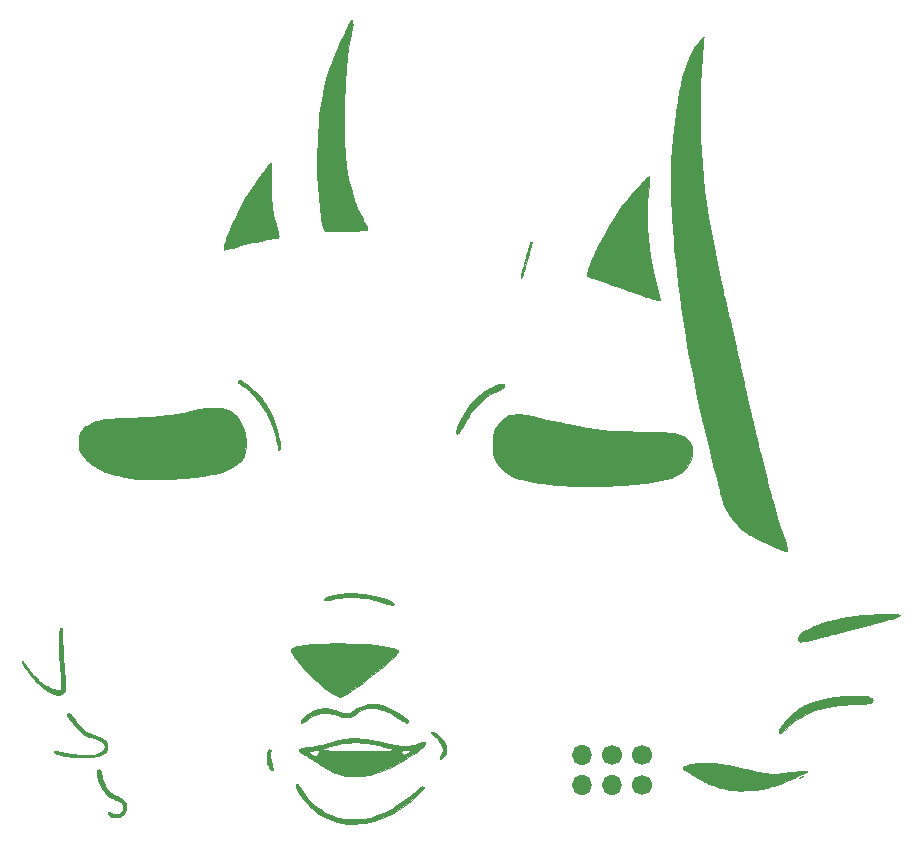
<source format=gbr>
G04 #@! TF.GenerationSoftware,KiCad,Pcbnew,(5.1.2)-1*
G04 #@! TF.CreationDate,2019-06-26T23:30:14+01:00*
G04 #@! TF.ProjectId,Real Raw Avocato cut,5265616c-2052-4617-9720-41766f636174,rev?*
G04 #@! TF.SameCoordinates,Original*
G04 #@! TF.FileFunction,Copper,L1,Top*
G04 #@! TF.FilePolarity,Positive*
%FSLAX46Y46*%
G04 Gerber Fmt 4.6, Leading zero omitted, Abs format (unit mm)*
G04 Created by KiCad (PCBNEW (5.1.2)-1) date 2019-06-26 23:30:14*
%MOMM*%
%LPD*%
G04 APERTURE LIST*
%ADD10C,0.010000*%
%ADD11C,1.700000*%
%ADD12O,1.700000X1.700000*%
G04 APERTURE END LIST*
D10*
G36*
X130702649Y-116045343D02*
G01*
X130758999Y-116100230D01*
X130831462Y-116189615D01*
X130918687Y-116311788D01*
X131019322Y-116465036D01*
X131057083Y-116525088D01*
X131241861Y-116807777D01*
X131426989Y-117060834D01*
X131621604Y-117296040D01*
X131825513Y-117515637D01*
X132124401Y-117802971D01*
X132425925Y-118054131D01*
X132738038Y-118274943D01*
X133068694Y-118471230D01*
X133276416Y-118578246D01*
X133501358Y-118684459D01*
X133708431Y-118772989D01*
X133904676Y-118845302D01*
X134097135Y-118902866D01*
X134292852Y-118947148D01*
X134498869Y-118979614D01*
X134722228Y-119001733D01*
X134969971Y-119014970D01*
X135249141Y-119020793D01*
X135403666Y-119021382D01*
X135708790Y-119018101D01*
X135979376Y-119008005D01*
X136222817Y-118990096D01*
X136446509Y-118963378D01*
X136657844Y-118926854D01*
X136864217Y-118879526D01*
X137073021Y-118820396D01*
X137202833Y-118778744D01*
X137685388Y-118598145D01*
X138173317Y-118376456D01*
X138665412Y-118114403D01*
X139160464Y-117812714D01*
X139657267Y-117472117D01*
X140154611Y-117093340D01*
X140559191Y-116757177D01*
X140733723Y-116609354D01*
X140887819Y-116484308D01*
X141019626Y-116383389D01*
X141127293Y-116307949D01*
X141208966Y-116259342D01*
X141262795Y-116238917D01*
X141269998Y-116238334D01*
X141340150Y-116253453D01*
X141383287Y-116295082D01*
X141393833Y-116340536D01*
X141382327Y-116386310D01*
X141346566Y-116447328D01*
X141284680Y-116525775D01*
X141194803Y-116623839D01*
X141075066Y-116743707D01*
X140938750Y-116873423D01*
X140448759Y-117308090D01*
X139950385Y-117703660D01*
X139444441Y-118059648D01*
X138931737Y-118375567D01*
X138413087Y-118650932D01*
X137889301Y-118885257D01*
X137361192Y-119078057D01*
X137139333Y-119146231D01*
X136766659Y-119241384D01*
X136378843Y-119316054D01*
X135985971Y-119369114D01*
X135598127Y-119399435D01*
X135225395Y-119405888D01*
X134938000Y-119392570D01*
X134500347Y-119336836D01*
X134065112Y-119239529D01*
X133634219Y-119101409D01*
X133209591Y-118923233D01*
X132793152Y-118705761D01*
X132386825Y-118449749D01*
X132190548Y-118309385D01*
X131996367Y-118152612D01*
X131791884Y-117965488D01*
X131584399Y-117756163D01*
X131381211Y-117532786D01*
X131189619Y-117303507D01*
X131016925Y-117076475D01*
X130870427Y-116859840D01*
X130824638Y-116784487D01*
X130733133Y-116617884D01*
X130661951Y-116465850D01*
X130611740Y-116331441D01*
X130583150Y-116217713D01*
X130576830Y-116127725D01*
X130593427Y-116064532D01*
X130633592Y-116031192D01*
X130663762Y-116026667D01*
X130702649Y-116045343D01*
X130702649Y-116045343D01*
G37*
X130702649Y-116045343D02*
X130758999Y-116100230D01*
X130831462Y-116189615D01*
X130918687Y-116311788D01*
X131019322Y-116465036D01*
X131057083Y-116525088D01*
X131241861Y-116807777D01*
X131426989Y-117060834D01*
X131621604Y-117296040D01*
X131825513Y-117515637D01*
X132124401Y-117802971D01*
X132425925Y-118054131D01*
X132738038Y-118274943D01*
X133068694Y-118471230D01*
X133276416Y-118578246D01*
X133501358Y-118684459D01*
X133708431Y-118772989D01*
X133904676Y-118845302D01*
X134097135Y-118902866D01*
X134292852Y-118947148D01*
X134498869Y-118979614D01*
X134722228Y-119001733D01*
X134969971Y-119014970D01*
X135249141Y-119020793D01*
X135403666Y-119021382D01*
X135708790Y-119018101D01*
X135979376Y-119008005D01*
X136222817Y-118990096D01*
X136446509Y-118963378D01*
X136657844Y-118926854D01*
X136864217Y-118879526D01*
X137073021Y-118820396D01*
X137202833Y-118778744D01*
X137685388Y-118598145D01*
X138173317Y-118376456D01*
X138665412Y-118114403D01*
X139160464Y-117812714D01*
X139657267Y-117472117D01*
X140154611Y-117093340D01*
X140559191Y-116757177D01*
X140733723Y-116609354D01*
X140887819Y-116484308D01*
X141019626Y-116383389D01*
X141127293Y-116307949D01*
X141208966Y-116259342D01*
X141262795Y-116238917D01*
X141269998Y-116238334D01*
X141340150Y-116253453D01*
X141383287Y-116295082D01*
X141393833Y-116340536D01*
X141382327Y-116386310D01*
X141346566Y-116447328D01*
X141284680Y-116525775D01*
X141194803Y-116623839D01*
X141075066Y-116743707D01*
X140938750Y-116873423D01*
X140448759Y-117308090D01*
X139950385Y-117703660D01*
X139444441Y-118059648D01*
X138931737Y-118375567D01*
X138413087Y-118650932D01*
X137889301Y-118885257D01*
X137361192Y-119078057D01*
X137139333Y-119146231D01*
X136766659Y-119241384D01*
X136378843Y-119316054D01*
X135985971Y-119369114D01*
X135598127Y-119399435D01*
X135225395Y-119405888D01*
X134938000Y-119392570D01*
X134500347Y-119336836D01*
X134065112Y-119239529D01*
X133634219Y-119101409D01*
X133209591Y-118923233D01*
X132793152Y-118705761D01*
X132386825Y-118449749D01*
X132190548Y-118309385D01*
X131996367Y-118152612D01*
X131791884Y-117965488D01*
X131584399Y-117756163D01*
X131381211Y-117532786D01*
X131189619Y-117303507D01*
X131016925Y-117076475D01*
X130870427Y-116859840D01*
X130824638Y-116784487D01*
X130733133Y-116617884D01*
X130661951Y-116465850D01*
X130611740Y-116331441D01*
X130583150Y-116217713D01*
X130576830Y-116127725D01*
X130593427Y-116064532D01*
X130633592Y-116031192D01*
X130663762Y-116026667D01*
X130702649Y-116045343D01*
G36*
X113929666Y-114815081D02*
G01*
X113985937Y-114864690D01*
X114030598Y-114949871D01*
X114064760Y-115072672D01*
X114087302Y-115215804D01*
X114107996Y-115339149D01*
X114140820Y-115479059D01*
X114180525Y-115613494D01*
X114185620Y-115628554D01*
X114237761Y-115768183D01*
X114301307Y-115919616D01*
X114371820Y-116073769D01*
X114444864Y-116221560D01*
X114515999Y-116353903D01*
X114580789Y-116461715D01*
X114620065Y-116517821D01*
X114733182Y-116639828D01*
X114886064Y-116765151D01*
X115076431Y-116892199D01*
X115302000Y-117019378D01*
X115432916Y-117085260D01*
X115551963Y-117144574D01*
X115665791Y-117204155D01*
X115765460Y-117259113D01*
X115842029Y-117304559D01*
X115877416Y-117328333D01*
X116015477Y-117454025D01*
X116115123Y-117597200D01*
X116176780Y-117758782D01*
X116200875Y-117939693D01*
X116199618Y-118026917D01*
X116177366Y-118200926D01*
X116128791Y-118349418D01*
X116049548Y-118483057D01*
X115979522Y-118567024D01*
X115832840Y-118695730D01*
X115665938Y-118787706D01*
X115480523Y-118842430D01*
X115278302Y-118859384D01*
X115078658Y-118841139D01*
X114923707Y-118804020D01*
X114796746Y-118750793D01*
X114701200Y-118683892D01*
X114640495Y-118605747D01*
X114618056Y-118518792D01*
X114618000Y-118514092D01*
X114626526Y-118460663D01*
X114654862Y-118431005D01*
X114707140Y-118424611D01*
X114787492Y-118440971D01*
X114899609Y-118479408D01*
X115098647Y-118544766D01*
X115272763Y-118578691D01*
X115425580Y-118581008D01*
X115560719Y-118551547D01*
X115681804Y-118490134D01*
X115747911Y-118439027D01*
X115842439Y-118331437D01*
X115900482Y-118205685D01*
X115922644Y-118059726D01*
X115909713Y-117892577D01*
X115894119Y-117811356D01*
X115874522Y-117744185D01*
X115846396Y-117687198D01*
X115805215Y-117636533D01*
X115746454Y-117588325D01*
X115665587Y-117538709D01*
X115558087Y-117483823D01*
X115419429Y-117419802D01*
X115287542Y-117361393D01*
X115166689Y-117306934D01*
X115048133Y-117251018D01*
X114942308Y-117198739D01*
X114859649Y-117155190D01*
X114829397Y-117137753D01*
X114649430Y-117008414D01*
X114474046Y-116844176D01*
X114309626Y-116652435D01*
X114162551Y-116440587D01*
X114045540Y-116229156D01*
X113963546Y-116046991D01*
X113893076Y-115862960D01*
X113834661Y-115681162D01*
X113788829Y-115505696D01*
X113756111Y-115340661D01*
X113737037Y-115190158D01*
X113732136Y-115058285D01*
X113741939Y-114949141D01*
X113766975Y-114866826D01*
X113807774Y-114815440D01*
X113860672Y-114799000D01*
X113929666Y-114815081D01*
X113929666Y-114815081D01*
G37*
X113929666Y-114815081D02*
X113985937Y-114864690D01*
X114030598Y-114949871D01*
X114064760Y-115072672D01*
X114087302Y-115215804D01*
X114107996Y-115339149D01*
X114140820Y-115479059D01*
X114180525Y-115613494D01*
X114185620Y-115628554D01*
X114237761Y-115768183D01*
X114301307Y-115919616D01*
X114371820Y-116073769D01*
X114444864Y-116221560D01*
X114515999Y-116353903D01*
X114580789Y-116461715D01*
X114620065Y-116517821D01*
X114733182Y-116639828D01*
X114886064Y-116765151D01*
X115076431Y-116892199D01*
X115302000Y-117019378D01*
X115432916Y-117085260D01*
X115551963Y-117144574D01*
X115665791Y-117204155D01*
X115765460Y-117259113D01*
X115842029Y-117304559D01*
X115877416Y-117328333D01*
X116015477Y-117454025D01*
X116115123Y-117597200D01*
X116176780Y-117758782D01*
X116200875Y-117939693D01*
X116199618Y-118026917D01*
X116177366Y-118200926D01*
X116128791Y-118349418D01*
X116049548Y-118483057D01*
X115979522Y-118567024D01*
X115832840Y-118695730D01*
X115665938Y-118787706D01*
X115480523Y-118842430D01*
X115278302Y-118859384D01*
X115078658Y-118841139D01*
X114923707Y-118804020D01*
X114796746Y-118750793D01*
X114701200Y-118683892D01*
X114640495Y-118605747D01*
X114618056Y-118518792D01*
X114618000Y-118514092D01*
X114626526Y-118460663D01*
X114654862Y-118431005D01*
X114707140Y-118424611D01*
X114787492Y-118440971D01*
X114899609Y-118479408D01*
X115098647Y-118544766D01*
X115272763Y-118578691D01*
X115425580Y-118581008D01*
X115560719Y-118551547D01*
X115681804Y-118490134D01*
X115747911Y-118439027D01*
X115842439Y-118331437D01*
X115900482Y-118205685D01*
X115922644Y-118059726D01*
X115909713Y-117892577D01*
X115894119Y-117811356D01*
X115874522Y-117744185D01*
X115846396Y-117687198D01*
X115805215Y-117636533D01*
X115746454Y-117588325D01*
X115665587Y-117538709D01*
X115558087Y-117483823D01*
X115419429Y-117419802D01*
X115287542Y-117361393D01*
X115166689Y-117306934D01*
X115048133Y-117251018D01*
X114942308Y-117198739D01*
X114859649Y-117155190D01*
X114829397Y-117137753D01*
X114649430Y-117008414D01*
X114474046Y-116844176D01*
X114309626Y-116652435D01*
X114162551Y-116440587D01*
X114045540Y-116229156D01*
X113963546Y-116046991D01*
X113893076Y-115862960D01*
X113834661Y-115681162D01*
X113788829Y-115505696D01*
X113756111Y-115340661D01*
X113737037Y-115190158D01*
X113732136Y-115058285D01*
X113741939Y-114949141D01*
X113766975Y-114866826D01*
X113807774Y-114815440D01*
X113860672Y-114799000D01*
X113929666Y-114815081D01*
G36*
X165365083Y-114234532D02*
G01*
X165626973Y-114243385D01*
X165881209Y-114257641D01*
X166132491Y-114278070D01*
X166385521Y-114305437D01*
X166644999Y-114340510D01*
X166915626Y-114384055D01*
X167202102Y-114436840D01*
X167509128Y-114499632D01*
X167841405Y-114573197D01*
X168203633Y-114658302D01*
X168600514Y-114755716D01*
X168677666Y-114775036D01*
X169013407Y-114858048D01*
X169313391Y-114929223D01*
X169582272Y-114989333D01*
X169824707Y-115039147D01*
X170045352Y-115079434D01*
X170248861Y-115110963D01*
X170439891Y-115134506D01*
X170623097Y-115150830D01*
X170803134Y-115160705D01*
X170984659Y-115164902D01*
X171037750Y-115165166D01*
X171196147Y-115164242D01*
X171325926Y-115160295D01*
X171440760Y-115152241D01*
X171554318Y-115138993D01*
X171680272Y-115119467D01*
X171737483Y-115109603D01*
X171982628Y-115068918D01*
X172211797Y-115036491D01*
X172437526Y-115011026D01*
X172672351Y-114991228D01*
X172928806Y-114975800D01*
X173112083Y-114967541D01*
X173260867Y-114961153D01*
X173401171Y-114954416D01*
X173525587Y-114947743D01*
X173626711Y-114941544D01*
X173697136Y-114936230D01*
X173720625Y-114933765D01*
X173782175Y-114927937D01*
X173812330Y-114933113D01*
X173821080Y-114951381D01*
X173821166Y-114954761D01*
X173802683Y-114979616D01*
X173751888Y-115016373D01*
X173675763Y-115061180D01*
X173581289Y-115110186D01*
X173475447Y-115159541D01*
X173370706Y-115203251D01*
X173324212Y-115223248D01*
X173245384Y-115259175D01*
X173139912Y-115308353D01*
X173013486Y-115368103D01*
X172871794Y-115435744D01*
X172720528Y-115508598D01*
X172657000Y-115539383D01*
X172353926Y-115683309D01*
X172076029Y-115808031D01*
X171813136Y-115917636D01*
X171555074Y-116016211D01*
X171291669Y-116107844D01*
X171048333Y-116185688D01*
X170859866Y-116241993D01*
X170664448Y-116296995D01*
X170469575Y-116348834D01*
X170282742Y-116395650D01*
X170111446Y-116435584D01*
X169963183Y-116466774D01*
X169845448Y-116487362D01*
X169817110Y-116491204D01*
X169598476Y-116515070D01*
X169357991Y-116536094D01*
X169103879Y-116553927D01*
X168844362Y-116568222D01*
X168587661Y-116578631D01*
X168341999Y-116584805D01*
X168115598Y-116586398D01*
X167916680Y-116583062D01*
X167788666Y-116576998D01*
X167516124Y-116553705D01*
X167254399Y-116519457D01*
X166995870Y-116472439D01*
X166732916Y-116410835D01*
X166457917Y-116332829D01*
X166163254Y-116236605D01*
X165841305Y-116120348D01*
X165788416Y-116100397D01*
X165648927Y-116046786D01*
X165521624Y-115995907D01*
X165402045Y-115945415D01*
X165285734Y-115892960D01*
X165168232Y-115836197D01*
X165045078Y-115772777D01*
X164911815Y-115700353D01*
X164763984Y-115616579D01*
X164597126Y-115519105D01*
X164406782Y-115405586D01*
X164188493Y-115273673D01*
X163998923Y-115158310D01*
X163813221Y-115044453D01*
X163661332Y-114949819D01*
X163540424Y-114872441D01*
X163447660Y-114810354D01*
X163380208Y-114761589D01*
X163335232Y-114724181D01*
X163309899Y-114696162D01*
X163301374Y-114675566D01*
X163301333Y-114674234D01*
X163321470Y-114629808D01*
X163378855Y-114580680D01*
X163468945Y-114528915D01*
X163587197Y-114476578D01*
X163729071Y-114425732D01*
X163890024Y-114378444D01*
X164023769Y-114345829D01*
X164241536Y-114301675D01*
X164451894Y-114268995D01*
X164665064Y-114246941D01*
X164891261Y-114234665D01*
X165140705Y-114231319D01*
X165365083Y-114234532D01*
X165365083Y-114234532D01*
G37*
X165365083Y-114234532D02*
X165626973Y-114243385D01*
X165881209Y-114257641D01*
X166132491Y-114278070D01*
X166385521Y-114305437D01*
X166644999Y-114340510D01*
X166915626Y-114384055D01*
X167202102Y-114436840D01*
X167509128Y-114499632D01*
X167841405Y-114573197D01*
X168203633Y-114658302D01*
X168600514Y-114755716D01*
X168677666Y-114775036D01*
X169013407Y-114858048D01*
X169313391Y-114929223D01*
X169582272Y-114989333D01*
X169824707Y-115039147D01*
X170045352Y-115079434D01*
X170248861Y-115110963D01*
X170439891Y-115134506D01*
X170623097Y-115150830D01*
X170803134Y-115160705D01*
X170984659Y-115164902D01*
X171037750Y-115165166D01*
X171196147Y-115164242D01*
X171325926Y-115160295D01*
X171440760Y-115152241D01*
X171554318Y-115138993D01*
X171680272Y-115119467D01*
X171737483Y-115109603D01*
X171982628Y-115068918D01*
X172211797Y-115036491D01*
X172437526Y-115011026D01*
X172672351Y-114991228D01*
X172928806Y-114975800D01*
X173112083Y-114967541D01*
X173260867Y-114961153D01*
X173401171Y-114954416D01*
X173525587Y-114947743D01*
X173626711Y-114941544D01*
X173697136Y-114936230D01*
X173720625Y-114933765D01*
X173782175Y-114927937D01*
X173812330Y-114933113D01*
X173821080Y-114951381D01*
X173821166Y-114954761D01*
X173802683Y-114979616D01*
X173751888Y-115016373D01*
X173675763Y-115061180D01*
X173581289Y-115110186D01*
X173475447Y-115159541D01*
X173370706Y-115203251D01*
X173324212Y-115223248D01*
X173245384Y-115259175D01*
X173139912Y-115308353D01*
X173013486Y-115368103D01*
X172871794Y-115435744D01*
X172720528Y-115508598D01*
X172657000Y-115539383D01*
X172353926Y-115683309D01*
X172076029Y-115808031D01*
X171813136Y-115917636D01*
X171555074Y-116016211D01*
X171291669Y-116107844D01*
X171048333Y-116185688D01*
X170859866Y-116241993D01*
X170664448Y-116296995D01*
X170469575Y-116348834D01*
X170282742Y-116395650D01*
X170111446Y-116435584D01*
X169963183Y-116466774D01*
X169845448Y-116487362D01*
X169817110Y-116491204D01*
X169598476Y-116515070D01*
X169357991Y-116536094D01*
X169103879Y-116553927D01*
X168844362Y-116568222D01*
X168587661Y-116578631D01*
X168341999Y-116584805D01*
X168115598Y-116586398D01*
X167916680Y-116583062D01*
X167788666Y-116576998D01*
X167516124Y-116553705D01*
X167254399Y-116519457D01*
X166995870Y-116472439D01*
X166732916Y-116410835D01*
X166457917Y-116332829D01*
X166163254Y-116236605D01*
X165841305Y-116120348D01*
X165788416Y-116100397D01*
X165648927Y-116046786D01*
X165521624Y-115995907D01*
X165402045Y-115945415D01*
X165285734Y-115892960D01*
X165168232Y-115836197D01*
X165045078Y-115772777D01*
X164911815Y-115700353D01*
X164763984Y-115616579D01*
X164597126Y-115519105D01*
X164406782Y-115405586D01*
X164188493Y-115273673D01*
X163998923Y-115158310D01*
X163813221Y-115044453D01*
X163661332Y-114949819D01*
X163540424Y-114872441D01*
X163447660Y-114810354D01*
X163380208Y-114761589D01*
X163335232Y-114724181D01*
X163309899Y-114696162D01*
X163301374Y-114675566D01*
X163301333Y-114674234D01*
X163321470Y-114629808D01*
X163378855Y-114580680D01*
X163468945Y-114528915D01*
X163587197Y-114476578D01*
X163729071Y-114425732D01*
X163890024Y-114378444D01*
X164023769Y-114345829D01*
X164241536Y-114301675D01*
X164451894Y-114268995D01*
X164665064Y-114246941D01*
X164891261Y-114234665D01*
X165140705Y-114231319D01*
X165365083Y-114234532D01*
G36*
X173186166Y-115508084D02*
G01*
X173175583Y-115518667D01*
X173165000Y-115508084D01*
X173175583Y-115497500D01*
X173186166Y-115508084D01*
X173186166Y-115508084D01*
G37*
X173186166Y-115508084D02*
X173175583Y-115518667D01*
X173165000Y-115508084D01*
X173175583Y-115497500D01*
X173186166Y-115508084D01*
G36*
X173228500Y-115486917D02*
G01*
X173217916Y-115497500D01*
X173207333Y-115486917D01*
X173217916Y-115476334D01*
X173228500Y-115486917D01*
X173228500Y-115486917D01*
G37*
X173228500Y-115486917D02*
X173217916Y-115497500D01*
X173207333Y-115486917D01*
X173217916Y-115476334D01*
X173228500Y-115486917D01*
G36*
X173365799Y-115422920D02*
G01*
X173335917Y-115443672D01*
X173334333Y-115444584D01*
X173288757Y-115466750D01*
X173260250Y-115474833D01*
X173260534Y-115466247D01*
X173290415Y-115445495D01*
X173292000Y-115444584D01*
X173337575Y-115422417D01*
X173366083Y-115414334D01*
X173365799Y-115422920D01*
X173365799Y-115422920D01*
G37*
X173365799Y-115422920D02*
X173335917Y-115443672D01*
X173334333Y-115444584D01*
X173288757Y-115466750D01*
X173260250Y-115474833D01*
X173260534Y-115466247D01*
X173290415Y-115445495D01*
X173292000Y-115444584D01*
X173337575Y-115422417D01*
X173366083Y-115414334D01*
X173365799Y-115422920D01*
G36*
X173419000Y-115402250D02*
G01*
X173408416Y-115412834D01*
X173397833Y-115402250D01*
X173408416Y-115391667D01*
X173419000Y-115402250D01*
X173419000Y-115402250D01*
G37*
X173419000Y-115402250D02*
X173408416Y-115412834D01*
X173397833Y-115402250D01*
X173408416Y-115391667D01*
X173419000Y-115402250D01*
G36*
X173461333Y-115381084D02*
G01*
X173450750Y-115391667D01*
X173440166Y-115381084D01*
X173450750Y-115370500D01*
X173461333Y-115381084D01*
X173461333Y-115381084D01*
G37*
X173461333Y-115381084D02*
X173450750Y-115391667D01*
X173440166Y-115381084D01*
X173450750Y-115370500D01*
X173461333Y-115381084D01*
G36*
X135614048Y-112176044D02*
G01*
X135814970Y-112180759D01*
X136007074Y-112189377D01*
X136195205Y-112202587D01*
X136384210Y-112221079D01*
X136578937Y-112245542D01*
X136784232Y-112276666D01*
X137004942Y-112315141D01*
X137245915Y-112361655D01*
X137511997Y-112416898D01*
X137808035Y-112481560D01*
X138138877Y-112556330D01*
X138229416Y-112577102D01*
X138456685Y-112629147D01*
X138648505Y-112672266D01*
X138810615Y-112707302D01*
X138948759Y-112735098D01*
X139068675Y-112756497D01*
X139176107Y-112772342D01*
X139276794Y-112783475D01*
X139376478Y-112790741D01*
X139480900Y-112794982D01*
X139595801Y-112797040D01*
X139726922Y-112797759D01*
X139732250Y-112797771D01*
X139913650Y-112796536D01*
X140071292Y-112790895D01*
X140213551Y-112779238D01*
X140348799Y-112759958D01*
X140485412Y-112731446D01*
X140631763Y-112692091D01*
X140796226Y-112640287D01*
X140987174Y-112574424D01*
X141093967Y-112536162D01*
X141212862Y-112494389D01*
X141300045Y-112467528D01*
X141363010Y-112454520D01*
X141409251Y-112454306D01*
X141446259Y-112465825D01*
X141473790Y-112482450D01*
X141515653Y-112531617D01*
X141520708Y-112595195D01*
X141488615Y-112673700D01*
X141419030Y-112767648D01*
X141311615Y-112877555D01*
X141166026Y-113003937D01*
X141086916Y-113067141D01*
X140782736Y-113295268D01*
X140447661Y-113529171D01*
X140091425Y-113762737D01*
X139723763Y-113989856D01*
X139354411Y-114204416D01*
X138993103Y-114400306D01*
X138832666Y-114482272D01*
X138422705Y-114676898D01*
X138013231Y-114850964D01*
X137609716Y-115002591D01*
X137217632Y-115129900D01*
X136842452Y-115231012D01*
X136489647Y-115304047D01*
X136395799Y-115319182D01*
X136316019Y-115328093D01*
X136202690Y-115336517D01*
X136063790Y-115344236D01*
X135907298Y-115351028D01*
X135741189Y-115356674D01*
X135573442Y-115360953D01*
X135412034Y-115363645D01*
X135264943Y-115364529D01*
X135140146Y-115363386D01*
X135045620Y-115359996D01*
X135012083Y-115357377D01*
X134720102Y-115319902D01*
X134454128Y-115269260D01*
X134198910Y-115201769D01*
X133939199Y-115113747D01*
X133831749Y-115072403D01*
X133696901Y-115016259D01*
X133563009Y-114954471D01*
X133424585Y-114883954D01*
X133276142Y-114801622D01*
X133112193Y-114704392D01*
X132927251Y-114589178D01*
X132715828Y-114452894D01*
X132631420Y-114397583D01*
X132463582Y-114287432D01*
X132314422Y-114190131D01*
X132176570Y-114101007D01*
X132042656Y-114015387D01*
X131905307Y-113928600D01*
X131757153Y-113835972D01*
X131590824Y-113732832D01*
X131398947Y-113614506D01*
X131303246Y-113555638D01*
X131200607Y-113491382D01*
X131100699Y-113426800D01*
X131014360Y-113369026D01*
X130952427Y-113325191D01*
X130948083Y-113321917D01*
X130947226Y-113321225D01*
X131667750Y-113321225D01*
X131668030Y-113347505D01*
X131699158Y-113388528D01*
X131754349Y-113439646D01*
X131826821Y-113496211D01*
X131909790Y-113553574D01*
X131996472Y-113607088D01*
X132080085Y-113652103D01*
X132153844Y-113683971D01*
X132210967Y-113698044D01*
X132218064Y-113698334D01*
X132265960Y-113680972D01*
X132322562Y-113633956D01*
X132335341Y-113620058D01*
X132382407Y-113554967D01*
X132435312Y-113464429D01*
X132486605Y-113363188D01*
X132518123Y-113290647D01*
X139475552Y-113290647D01*
X139494462Y-113347634D01*
X139544675Y-113432886D01*
X139604382Y-113504153D01*
X139665139Y-113553015D01*
X139718501Y-113571054D01*
X139718567Y-113571054D01*
X139762900Y-113560861D01*
X139830707Y-113534053D01*
X139909201Y-113495858D01*
X139929951Y-113484614D01*
X140021777Y-113427593D01*
X140115666Y-113359502D01*
X140191913Y-113294675D01*
X140194534Y-113292142D01*
X140303750Y-113185829D01*
X140250833Y-113164791D01*
X140204256Y-113156361D01*
X140126111Y-113152497D01*
X140026866Y-113152773D01*
X139916993Y-113156765D01*
X139806960Y-113164049D01*
X139707236Y-113174200D01*
X139628292Y-113186793D01*
X139611181Y-113190738D01*
X139529341Y-113217309D01*
X139485554Y-113248699D01*
X139475552Y-113290647D01*
X132518123Y-113290647D01*
X132528837Y-113265989D01*
X132554557Y-113187579D01*
X132555137Y-113185042D01*
X132560412Y-113146544D01*
X132545664Y-113130342D01*
X132500445Y-113126853D01*
X132491686Y-113126834D01*
X132424126Y-113131848D01*
X132331122Y-113145581D01*
X132221018Y-113166061D01*
X132102160Y-113191322D01*
X131982891Y-113219393D01*
X131871556Y-113248307D01*
X131776501Y-113276095D01*
X131706069Y-113300787D01*
X131668605Y-113320415D01*
X131667750Y-113321225D01*
X130947226Y-113321225D01*
X130889075Y-113274294D01*
X130857206Y-113237493D01*
X130844336Y-113198938D01*
X130842250Y-113158369D01*
X130846555Y-113103355D01*
X130864185Y-113072262D01*
X132842887Y-113072262D01*
X132857778Y-113089286D01*
X132880729Y-113103471D01*
X132926782Y-113119464D01*
X133007104Y-113138361D01*
X133113850Y-113158764D01*
X133239174Y-113179280D01*
X133375230Y-113198511D01*
X133498666Y-113213382D01*
X133616584Y-113223544D01*
X133772906Y-113232607D01*
X133963715Y-113240555D01*
X134185095Y-113247372D01*
X134433130Y-113253042D01*
X134703904Y-113257549D01*
X134993501Y-113260875D01*
X135298005Y-113263005D01*
X135613500Y-113263923D01*
X135936069Y-113263612D01*
X136261797Y-113262056D01*
X136586767Y-113259238D01*
X136907064Y-113255143D01*
X137218771Y-113249754D01*
X137517972Y-113243055D01*
X137800752Y-113235029D01*
X137901333Y-113231689D01*
X138120778Y-113223799D01*
X138301894Y-113216518D01*
X138448672Y-113209483D01*
X138565103Y-113202330D01*
X138655181Y-113194697D01*
X138722898Y-113186221D01*
X138772245Y-113176538D01*
X138807214Y-113165286D01*
X138831798Y-113152102D01*
X138839377Y-113146404D01*
X138885583Y-113108571D01*
X138790333Y-113066251D01*
X138734015Y-113045902D01*
X138641672Y-113018155D01*
X138518710Y-112984303D01*
X138370535Y-112945639D01*
X138202553Y-112903455D01*
X138020170Y-112859045D01*
X137828794Y-112813703D01*
X137633828Y-112768720D01*
X137440681Y-112725391D01*
X137254758Y-112685007D01*
X137081465Y-112648863D01*
X136926209Y-112618251D01*
X136884979Y-112610528D01*
X136719177Y-112581941D01*
X136559255Y-112559076D01*
X136398246Y-112541510D01*
X136229182Y-112528821D01*
X136045096Y-112520586D01*
X135839019Y-112516382D01*
X135603984Y-112515787D01*
X135360126Y-112518011D01*
X135166565Y-112520769D01*
X135001851Y-112524204D01*
X134859457Y-112529351D01*
X134732852Y-112537251D01*
X134615506Y-112548940D01*
X134500889Y-112565456D01*
X134382471Y-112587839D01*
X134253722Y-112617124D01*
X134108113Y-112654351D01*
X133939113Y-112700558D01*
X133740193Y-112756782D01*
X133592435Y-112798997D01*
X133386689Y-112858288D01*
X133218872Y-112907869D01*
X133086027Y-112949003D01*
X132985197Y-112982957D01*
X132913425Y-113010995D01*
X132867754Y-113034381D01*
X132845227Y-113054382D01*
X132842887Y-113072262D01*
X130864185Y-113072262D01*
X130866580Y-113068039D01*
X130912984Y-113035673D01*
X130924539Y-113029105D01*
X131010896Y-112994462D01*
X131130027Y-112966586D01*
X131272702Y-112946988D01*
X131429688Y-112937180D01*
X131491273Y-112936334D01*
X131600904Y-112933494D01*
X131718189Y-112924459D01*
X131846749Y-112908458D01*
X131990202Y-112884719D01*
X132152169Y-112852469D01*
X132336270Y-112810938D01*
X132546124Y-112759353D01*
X132785353Y-112696942D01*
X133057575Y-112622933D01*
X133366410Y-112536555D01*
X133367118Y-112536355D01*
X133655891Y-112455821D01*
X133909875Y-112387701D01*
X134134448Y-112331036D01*
X134334988Y-112284871D01*
X134516873Y-112248248D01*
X134685481Y-112220208D01*
X134846189Y-112199795D01*
X135004374Y-112186051D01*
X135165416Y-112178020D01*
X135334690Y-112174743D01*
X135399459Y-112174543D01*
X135614048Y-112176044D01*
X135614048Y-112176044D01*
G37*
X135614048Y-112176044D02*
X135814970Y-112180759D01*
X136007074Y-112189377D01*
X136195205Y-112202587D01*
X136384210Y-112221079D01*
X136578937Y-112245542D01*
X136784232Y-112276666D01*
X137004942Y-112315141D01*
X137245915Y-112361655D01*
X137511997Y-112416898D01*
X137808035Y-112481560D01*
X138138877Y-112556330D01*
X138229416Y-112577102D01*
X138456685Y-112629147D01*
X138648505Y-112672266D01*
X138810615Y-112707302D01*
X138948759Y-112735098D01*
X139068675Y-112756497D01*
X139176107Y-112772342D01*
X139276794Y-112783475D01*
X139376478Y-112790741D01*
X139480900Y-112794982D01*
X139595801Y-112797040D01*
X139726922Y-112797759D01*
X139732250Y-112797771D01*
X139913650Y-112796536D01*
X140071292Y-112790895D01*
X140213551Y-112779238D01*
X140348799Y-112759958D01*
X140485412Y-112731446D01*
X140631763Y-112692091D01*
X140796226Y-112640287D01*
X140987174Y-112574424D01*
X141093967Y-112536162D01*
X141212862Y-112494389D01*
X141300045Y-112467528D01*
X141363010Y-112454520D01*
X141409251Y-112454306D01*
X141446259Y-112465825D01*
X141473790Y-112482450D01*
X141515653Y-112531617D01*
X141520708Y-112595195D01*
X141488615Y-112673700D01*
X141419030Y-112767648D01*
X141311615Y-112877555D01*
X141166026Y-113003937D01*
X141086916Y-113067141D01*
X140782736Y-113295268D01*
X140447661Y-113529171D01*
X140091425Y-113762737D01*
X139723763Y-113989856D01*
X139354411Y-114204416D01*
X138993103Y-114400306D01*
X138832666Y-114482272D01*
X138422705Y-114676898D01*
X138013231Y-114850964D01*
X137609716Y-115002591D01*
X137217632Y-115129900D01*
X136842452Y-115231012D01*
X136489647Y-115304047D01*
X136395799Y-115319182D01*
X136316019Y-115328093D01*
X136202690Y-115336517D01*
X136063790Y-115344236D01*
X135907298Y-115351028D01*
X135741189Y-115356674D01*
X135573442Y-115360953D01*
X135412034Y-115363645D01*
X135264943Y-115364529D01*
X135140146Y-115363386D01*
X135045620Y-115359996D01*
X135012083Y-115357377D01*
X134720102Y-115319902D01*
X134454128Y-115269260D01*
X134198910Y-115201769D01*
X133939199Y-115113747D01*
X133831749Y-115072403D01*
X133696901Y-115016259D01*
X133563009Y-114954471D01*
X133424585Y-114883954D01*
X133276142Y-114801622D01*
X133112193Y-114704392D01*
X132927251Y-114589178D01*
X132715828Y-114452894D01*
X132631420Y-114397583D01*
X132463582Y-114287432D01*
X132314422Y-114190131D01*
X132176570Y-114101007D01*
X132042656Y-114015387D01*
X131905307Y-113928600D01*
X131757153Y-113835972D01*
X131590824Y-113732832D01*
X131398947Y-113614506D01*
X131303246Y-113555638D01*
X131200607Y-113491382D01*
X131100699Y-113426800D01*
X131014360Y-113369026D01*
X130952427Y-113325191D01*
X130948083Y-113321917D01*
X130947226Y-113321225D01*
X131667750Y-113321225D01*
X131668030Y-113347505D01*
X131699158Y-113388528D01*
X131754349Y-113439646D01*
X131826821Y-113496211D01*
X131909790Y-113553574D01*
X131996472Y-113607088D01*
X132080085Y-113652103D01*
X132153844Y-113683971D01*
X132210967Y-113698044D01*
X132218064Y-113698334D01*
X132265960Y-113680972D01*
X132322562Y-113633956D01*
X132335341Y-113620058D01*
X132382407Y-113554967D01*
X132435312Y-113464429D01*
X132486605Y-113363188D01*
X132518123Y-113290647D01*
X139475552Y-113290647D01*
X139494462Y-113347634D01*
X139544675Y-113432886D01*
X139604382Y-113504153D01*
X139665139Y-113553015D01*
X139718501Y-113571054D01*
X139718567Y-113571054D01*
X139762900Y-113560861D01*
X139830707Y-113534053D01*
X139909201Y-113495858D01*
X139929951Y-113484614D01*
X140021777Y-113427593D01*
X140115666Y-113359502D01*
X140191913Y-113294675D01*
X140194534Y-113292142D01*
X140303750Y-113185829D01*
X140250833Y-113164791D01*
X140204256Y-113156361D01*
X140126111Y-113152497D01*
X140026866Y-113152773D01*
X139916993Y-113156765D01*
X139806960Y-113164049D01*
X139707236Y-113174200D01*
X139628292Y-113186793D01*
X139611181Y-113190738D01*
X139529341Y-113217309D01*
X139485554Y-113248699D01*
X139475552Y-113290647D01*
X132518123Y-113290647D01*
X132528837Y-113265989D01*
X132554557Y-113187579D01*
X132555137Y-113185042D01*
X132560412Y-113146544D01*
X132545664Y-113130342D01*
X132500445Y-113126853D01*
X132491686Y-113126834D01*
X132424126Y-113131848D01*
X132331122Y-113145581D01*
X132221018Y-113166061D01*
X132102160Y-113191322D01*
X131982891Y-113219393D01*
X131871556Y-113248307D01*
X131776501Y-113276095D01*
X131706069Y-113300787D01*
X131668605Y-113320415D01*
X131667750Y-113321225D01*
X130947226Y-113321225D01*
X130889075Y-113274294D01*
X130857206Y-113237493D01*
X130844336Y-113198938D01*
X130842250Y-113158369D01*
X130846555Y-113103355D01*
X130864185Y-113072262D01*
X132842887Y-113072262D01*
X132857778Y-113089286D01*
X132880729Y-113103471D01*
X132926782Y-113119464D01*
X133007104Y-113138361D01*
X133113850Y-113158764D01*
X133239174Y-113179280D01*
X133375230Y-113198511D01*
X133498666Y-113213382D01*
X133616584Y-113223544D01*
X133772906Y-113232607D01*
X133963715Y-113240555D01*
X134185095Y-113247372D01*
X134433130Y-113253042D01*
X134703904Y-113257549D01*
X134993501Y-113260875D01*
X135298005Y-113263005D01*
X135613500Y-113263923D01*
X135936069Y-113263612D01*
X136261797Y-113262056D01*
X136586767Y-113259238D01*
X136907064Y-113255143D01*
X137218771Y-113249754D01*
X137517972Y-113243055D01*
X137800752Y-113235029D01*
X137901333Y-113231689D01*
X138120778Y-113223799D01*
X138301894Y-113216518D01*
X138448672Y-113209483D01*
X138565103Y-113202330D01*
X138655181Y-113194697D01*
X138722898Y-113186221D01*
X138772245Y-113176538D01*
X138807214Y-113165286D01*
X138831798Y-113152102D01*
X138839377Y-113146404D01*
X138885583Y-113108571D01*
X138790333Y-113066251D01*
X138734015Y-113045902D01*
X138641672Y-113018155D01*
X138518710Y-112984303D01*
X138370535Y-112945639D01*
X138202553Y-112903455D01*
X138020170Y-112859045D01*
X137828794Y-112813703D01*
X137633828Y-112768720D01*
X137440681Y-112725391D01*
X137254758Y-112685007D01*
X137081465Y-112648863D01*
X136926209Y-112618251D01*
X136884979Y-112610528D01*
X136719177Y-112581941D01*
X136559255Y-112559076D01*
X136398246Y-112541510D01*
X136229182Y-112528821D01*
X136045096Y-112520586D01*
X135839019Y-112516382D01*
X135603984Y-112515787D01*
X135360126Y-112518011D01*
X135166565Y-112520769D01*
X135001851Y-112524204D01*
X134859457Y-112529351D01*
X134732852Y-112537251D01*
X134615506Y-112548940D01*
X134500889Y-112565456D01*
X134382471Y-112587839D01*
X134253722Y-112617124D01*
X134108113Y-112654351D01*
X133939113Y-112700558D01*
X133740193Y-112756782D01*
X133592435Y-112798997D01*
X133386689Y-112858288D01*
X133218872Y-112907869D01*
X133086027Y-112949003D01*
X132985197Y-112982957D01*
X132913425Y-113010995D01*
X132867754Y-113034381D01*
X132845227Y-113054382D01*
X132842887Y-113072262D01*
X130864185Y-113072262D01*
X130866580Y-113068039D01*
X130912984Y-113035673D01*
X130924539Y-113029105D01*
X131010896Y-112994462D01*
X131130027Y-112966586D01*
X131272702Y-112946988D01*
X131429688Y-112937180D01*
X131491273Y-112936334D01*
X131600904Y-112933494D01*
X131718189Y-112924459D01*
X131846749Y-112908458D01*
X131990202Y-112884719D01*
X132152169Y-112852469D01*
X132336270Y-112810938D01*
X132546124Y-112759353D01*
X132785353Y-112696942D01*
X133057575Y-112622933D01*
X133366410Y-112536555D01*
X133367118Y-112536355D01*
X133655891Y-112455821D01*
X133909875Y-112387701D01*
X134134448Y-112331036D01*
X134334988Y-112284871D01*
X134516873Y-112248248D01*
X134685481Y-112220208D01*
X134846189Y-112199795D01*
X135004374Y-112186051D01*
X135165416Y-112178020D01*
X135334690Y-112174743D01*
X135399459Y-112174543D01*
X135614048Y-112176044D01*
G36*
X128363100Y-113113854D02*
G01*
X128401439Y-113145881D01*
X128407008Y-113153972D01*
X128422961Y-113183265D01*
X128429398Y-113215505D01*
X128426255Y-113261961D01*
X128413466Y-113333901D01*
X128405753Y-113371763D01*
X128382562Y-113520756D01*
X128376224Y-113669991D01*
X128387556Y-113827550D01*
X128417376Y-114001512D01*
X128466502Y-114199960D01*
X128501932Y-114322090D01*
X128538045Y-114446199D01*
X128569627Y-114563341D01*
X128594469Y-114664629D01*
X128610359Y-114741174D01*
X128615082Y-114777173D01*
X128615842Y-114836438D01*
X128606499Y-114865713D01*
X128581048Y-114877141D01*
X128564497Y-114879496D01*
X128499353Y-114866751D01*
X128441667Y-114829046D01*
X128382716Y-114761407D01*
X128321802Y-114659600D01*
X128261946Y-114531495D01*
X128206168Y-114384964D01*
X128157490Y-114227876D01*
X128118932Y-114068103D01*
X128095039Y-113925875D01*
X128083297Y-113743876D01*
X128092739Y-113563754D01*
X128121939Y-113397176D01*
X128169470Y-113255808D01*
X128179579Y-113234504D01*
X128215822Y-113167634D01*
X128245949Y-113130604D01*
X128279566Y-113113948D01*
X128306238Y-113109715D01*
X128363100Y-113113854D01*
X128363100Y-113113854D01*
G37*
X128363100Y-113113854D02*
X128401439Y-113145881D01*
X128407008Y-113153972D01*
X128422961Y-113183265D01*
X128429398Y-113215505D01*
X128426255Y-113261961D01*
X128413466Y-113333901D01*
X128405753Y-113371763D01*
X128382562Y-113520756D01*
X128376224Y-113669991D01*
X128387556Y-113827550D01*
X128417376Y-114001512D01*
X128466502Y-114199960D01*
X128501932Y-114322090D01*
X128538045Y-114446199D01*
X128569627Y-114563341D01*
X128594469Y-114664629D01*
X128610359Y-114741174D01*
X128615082Y-114777173D01*
X128615842Y-114836438D01*
X128606499Y-114865713D01*
X128581048Y-114877141D01*
X128564497Y-114879496D01*
X128499353Y-114866751D01*
X128441667Y-114829046D01*
X128382716Y-114761407D01*
X128321802Y-114659600D01*
X128261946Y-114531495D01*
X128206168Y-114384964D01*
X128157490Y-114227876D01*
X128118932Y-114068103D01*
X128095039Y-113925875D01*
X128083297Y-113743876D01*
X128092739Y-113563754D01*
X128121939Y-113397176D01*
X128169470Y-113255808D01*
X128179579Y-113234504D01*
X128215822Y-113167634D01*
X128245949Y-113130604D01*
X128279566Y-113113948D01*
X128306238Y-113109715D01*
X128363100Y-113113854D01*
G36*
X142181023Y-111607565D02*
G01*
X142228988Y-111624977D01*
X142288247Y-111659893D01*
X142368362Y-111717139D01*
X142382797Y-111727971D01*
X142494643Y-111819531D01*
X142619469Y-111933782D01*
X142748606Y-112061711D01*
X142873386Y-112194308D01*
X142985140Y-112322561D01*
X143075199Y-112437457D01*
X143101570Y-112475201D01*
X143184329Y-112605979D01*
X143242352Y-112718150D01*
X143279666Y-112824170D01*
X143300298Y-112936495D01*
X143308275Y-113067580D01*
X143308814Y-113116250D01*
X143308264Y-113221597D01*
X143304567Y-113296611D01*
X143295621Y-113353279D01*
X143279322Y-113403589D01*
X143253568Y-113459529D01*
X143245916Y-113474789D01*
X143189223Y-113570281D01*
X143117835Y-113666270D01*
X143040314Y-113753132D01*
X142965223Y-113821247D01*
X142902896Y-113860266D01*
X142846038Y-113881935D01*
X142810952Y-113886522D01*
X142781208Y-113875179D01*
X142771845Y-113869461D01*
X142751465Y-113832976D01*
X142756164Y-113770357D01*
X142784200Y-113688223D01*
X142833831Y-113593192D01*
X142852331Y-113563680D01*
X142923438Y-113446731D01*
X142969885Y-113348754D01*
X142995966Y-113257839D01*
X143005975Y-113162075D01*
X143006468Y-113136188D01*
X142993846Y-112986159D01*
X142953047Y-112835941D01*
X142882285Y-112682751D01*
X142779771Y-112523807D01*
X142643717Y-112356328D01*
X142472336Y-112177531D01*
X142269996Y-111990072D01*
X142164097Y-111888336D01*
X142088736Y-111798523D01*
X142044710Y-111722918D01*
X142032819Y-111663803D01*
X142053858Y-111623464D01*
X142108626Y-111604185D01*
X142134790Y-111602834D01*
X142181023Y-111607565D01*
X142181023Y-111607565D01*
G37*
X142181023Y-111607565D02*
X142228988Y-111624977D01*
X142288247Y-111659893D01*
X142368362Y-111717139D01*
X142382797Y-111727971D01*
X142494643Y-111819531D01*
X142619469Y-111933782D01*
X142748606Y-112061711D01*
X142873386Y-112194308D01*
X142985140Y-112322561D01*
X143075199Y-112437457D01*
X143101570Y-112475201D01*
X143184329Y-112605979D01*
X143242352Y-112718150D01*
X143279666Y-112824170D01*
X143300298Y-112936495D01*
X143308275Y-113067580D01*
X143308814Y-113116250D01*
X143308264Y-113221597D01*
X143304567Y-113296611D01*
X143295621Y-113353279D01*
X143279322Y-113403589D01*
X143253568Y-113459529D01*
X143245916Y-113474789D01*
X143189223Y-113570281D01*
X143117835Y-113666270D01*
X143040314Y-113753132D01*
X142965223Y-113821247D01*
X142902896Y-113860266D01*
X142846038Y-113881935D01*
X142810952Y-113886522D01*
X142781208Y-113875179D01*
X142771845Y-113869461D01*
X142751465Y-113832976D01*
X142756164Y-113770357D01*
X142784200Y-113688223D01*
X142833831Y-113593192D01*
X142852331Y-113563680D01*
X142923438Y-113446731D01*
X142969885Y-113348754D01*
X142995966Y-113257839D01*
X143005975Y-113162075D01*
X143006468Y-113136188D01*
X142993846Y-112986159D01*
X142953047Y-112835941D01*
X142882285Y-112682751D01*
X142779771Y-112523807D01*
X142643717Y-112356328D01*
X142472336Y-112177531D01*
X142269996Y-111990072D01*
X142164097Y-111888336D01*
X142088736Y-111798523D01*
X142044710Y-111722918D01*
X142032819Y-111663803D01*
X142053858Y-111623464D01*
X142108626Y-111604185D01*
X142134790Y-111602834D01*
X142181023Y-111607565D01*
G36*
X111321047Y-110023482D02*
G01*
X111381380Y-110040943D01*
X111436797Y-110072850D01*
X111493858Y-110125060D01*
X111559125Y-110203429D01*
X111627141Y-110296666D01*
X111754771Y-110469777D01*
X111899743Y-110652464D01*
X112055839Y-110837827D01*
X112216842Y-111018968D01*
X112376532Y-111188987D01*
X112528692Y-111340986D01*
X112667104Y-111468066D01*
X112731625Y-111522046D01*
X112822608Y-111591719D01*
X112910488Y-111650618D01*
X113003662Y-111702946D01*
X113110525Y-111752907D01*
X113239473Y-111804704D01*
X113398903Y-111862540D01*
X113441029Y-111877230D01*
X113673444Y-111959371D01*
X113868931Y-112032433D01*
X114031340Y-112098708D01*
X114164522Y-112160488D01*
X114272325Y-112220068D01*
X114358599Y-112279739D01*
X114427195Y-112341795D01*
X114481961Y-112408528D01*
X114526748Y-112482231D01*
X114554839Y-112540588D01*
X114599311Y-112687178D01*
X114611868Y-112844595D01*
X114593864Y-113002201D01*
X114546655Y-113149358D01*
X114471594Y-113275429D01*
X114459396Y-113290259D01*
X114342625Y-113398116D01*
X114189447Y-113493599D01*
X114004531Y-113574589D01*
X113792541Y-113638966D01*
X113608256Y-113676808D01*
X113381649Y-113707815D01*
X113123252Y-113731840D01*
X112843085Y-113748548D01*
X112551168Y-113757604D01*
X112257519Y-113758672D01*
X111972157Y-113751419D01*
X111749916Y-113738922D01*
X111637208Y-113729048D01*
X111499637Y-113714420D01*
X111354143Y-113696966D01*
X111217666Y-113678611D01*
X111210166Y-113677528D01*
X110921571Y-113631060D01*
X110674876Y-113581483D01*
X110470130Y-113528816D01*
X110307382Y-113473077D01*
X110186681Y-113414286D01*
X110108076Y-113352461D01*
X110071616Y-113287620D01*
X110071137Y-113240741D01*
X110096782Y-113210594D01*
X110155420Y-113205068D01*
X110245677Y-113224060D01*
X110350701Y-113261190D01*
X110415085Y-113281536D01*
X110515344Y-113306278D01*
X110645374Y-113334312D01*
X110799077Y-113364534D01*
X110970350Y-113395839D01*
X111153094Y-113427125D01*
X111341206Y-113457285D01*
X111528587Y-113485218D01*
X111709134Y-113509818D01*
X111760500Y-113516314D01*
X112177461Y-113560585D01*
X112557236Y-113585307D01*
X112900226Y-113590405D01*
X113206835Y-113575802D01*
X113477465Y-113541422D01*
X113712519Y-113487190D01*
X113912398Y-113413029D01*
X114077506Y-113318863D01*
X114208245Y-113204616D01*
X114305017Y-113070212D01*
X114324840Y-113031584D01*
X114371254Y-112903187D01*
X114379626Y-112787926D01*
X114348919Y-112679385D01*
X114278097Y-112571144D01*
X114244309Y-112532857D01*
X114158681Y-112456973D01*
X114045957Y-112384879D01*
X113902472Y-112314808D01*
X113724555Y-112244995D01*
X113508540Y-112173672D01*
X113480998Y-112165266D01*
X113251986Y-112092133D01*
X113055754Y-112020036D01*
X112883162Y-111944110D01*
X112725072Y-111859490D01*
X112572343Y-111761310D01*
X112415837Y-111644704D01*
X112256389Y-111513332D01*
X112142639Y-111412517D01*
X112033978Y-111307563D01*
X111925182Y-111192623D01*
X111811023Y-111061852D01*
X111686275Y-110909404D01*
X111545711Y-110729432D01*
X111488250Y-110654174D01*
X111393284Y-110528909D01*
X111320936Y-110432215D01*
X111268127Y-110359022D01*
X111231777Y-110304261D01*
X111208804Y-110262863D01*
X111196128Y-110229759D01*
X111190669Y-110199880D01*
X111189347Y-110168156D01*
X111189312Y-110162254D01*
X111199743Y-110080375D01*
X111232929Y-110033481D01*
X111290464Y-110019894D01*
X111321047Y-110023482D01*
X111321047Y-110023482D01*
G37*
X111321047Y-110023482D02*
X111381380Y-110040943D01*
X111436797Y-110072850D01*
X111493858Y-110125060D01*
X111559125Y-110203429D01*
X111627141Y-110296666D01*
X111754771Y-110469777D01*
X111899743Y-110652464D01*
X112055839Y-110837827D01*
X112216842Y-111018968D01*
X112376532Y-111188987D01*
X112528692Y-111340986D01*
X112667104Y-111468066D01*
X112731625Y-111522046D01*
X112822608Y-111591719D01*
X112910488Y-111650618D01*
X113003662Y-111702946D01*
X113110525Y-111752907D01*
X113239473Y-111804704D01*
X113398903Y-111862540D01*
X113441029Y-111877230D01*
X113673444Y-111959371D01*
X113868931Y-112032433D01*
X114031340Y-112098708D01*
X114164522Y-112160488D01*
X114272325Y-112220068D01*
X114358599Y-112279739D01*
X114427195Y-112341795D01*
X114481961Y-112408528D01*
X114526748Y-112482231D01*
X114554839Y-112540588D01*
X114599311Y-112687178D01*
X114611868Y-112844595D01*
X114593864Y-113002201D01*
X114546655Y-113149358D01*
X114471594Y-113275429D01*
X114459396Y-113290259D01*
X114342625Y-113398116D01*
X114189447Y-113493599D01*
X114004531Y-113574589D01*
X113792541Y-113638966D01*
X113608256Y-113676808D01*
X113381649Y-113707815D01*
X113123252Y-113731840D01*
X112843085Y-113748548D01*
X112551168Y-113757604D01*
X112257519Y-113758672D01*
X111972157Y-113751419D01*
X111749916Y-113738922D01*
X111637208Y-113729048D01*
X111499637Y-113714420D01*
X111354143Y-113696966D01*
X111217666Y-113678611D01*
X111210166Y-113677528D01*
X110921571Y-113631060D01*
X110674876Y-113581483D01*
X110470130Y-113528816D01*
X110307382Y-113473077D01*
X110186681Y-113414286D01*
X110108076Y-113352461D01*
X110071616Y-113287620D01*
X110071137Y-113240741D01*
X110096782Y-113210594D01*
X110155420Y-113205068D01*
X110245677Y-113224060D01*
X110350701Y-113261190D01*
X110415085Y-113281536D01*
X110515344Y-113306278D01*
X110645374Y-113334312D01*
X110799077Y-113364534D01*
X110970350Y-113395839D01*
X111153094Y-113427125D01*
X111341206Y-113457285D01*
X111528587Y-113485218D01*
X111709134Y-113509818D01*
X111760500Y-113516314D01*
X112177461Y-113560585D01*
X112557236Y-113585307D01*
X112900226Y-113590405D01*
X113206835Y-113575802D01*
X113477465Y-113541422D01*
X113712519Y-113487190D01*
X113912398Y-113413029D01*
X114077506Y-113318863D01*
X114208245Y-113204616D01*
X114305017Y-113070212D01*
X114324840Y-113031584D01*
X114371254Y-112903187D01*
X114379626Y-112787926D01*
X114348919Y-112679385D01*
X114278097Y-112571144D01*
X114244309Y-112532857D01*
X114158681Y-112456973D01*
X114045957Y-112384879D01*
X113902472Y-112314808D01*
X113724555Y-112244995D01*
X113508540Y-112173672D01*
X113480998Y-112165266D01*
X113251986Y-112092133D01*
X113055754Y-112020036D01*
X112883162Y-111944110D01*
X112725072Y-111859490D01*
X112572343Y-111761310D01*
X112415837Y-111644704D01*
X112256389Y-111513332D01*
X112142639Y-111412517D01*
X112033978Y-111307563D01*
X111925182Y-111192623D01*
X111811023Y-111061852D01*
X111686275Y-110909404D01*
X111545711Y-110729432D01*
X111488250Y-110654174D01*
X111393284Y-110528909D01*
X111320936Y-110432215D01*
X111268127Y-110359022D01*
X111231777Y-110304261D01*
X111208804Y-110262863D01*
X111196128Y-110229759D01*
X111190669Y-110199880D01*
X111189347Y-110168156D01*
X111189312Y-110162254D01*
X111199743Y-110080375D01*
X111232929Y-110033481D01*
X111290464Y-110019894D01*
X111321047Y-110023482D01*
G36*
X178141636Y-108546528D02*
G01*
X178420947Y-108558683D01*
X178672666Y-108582606D01*
X178892902Y-108618680D01*
X179077765Y-108667286D01*
X179119859Y-108682138D01*
X179200928Y-108718787D01*
X179277453Y-108763462D01*
X179315651Y-108792029D01*
X179363658Y-108841966D01*
X179384434Y-108891083D01*
X179388000Y-108939418D01*
X179383985Y-108998455D01*
X179369924Y-109049078D01*
X179342794Y-109092026D01*
X179299569Y-109128043D01*
X179237225Y-109157868D01*
X179152737Y-109182243D01*
X179043082Y-109201909D01*
X178905234Y-109217607D01*
X178736170Y-109230079D01*
X178532865Y-109240066D01*
X178292294Y-109248309D01*
X178107416Y-109253258D01*
X177542016Y-109273591D01*
X177014348Y-109306165D01*
X176521418Y-109351673D01*
X176060231Y-109410809D01*
X175627791Y-109484268D01*
X175221103Y-109572745D01*
X174837172Y-109676932D01*
X174473002Y-109797525D01*
X174125598Y-109935217D01*
X173791965Y-110090704D01*
X173469107Y-110264678D01*
X173294788Y-110368653D01*
X173031098Y-110539772D01*
X172763331Y-110729256D01*
X172500223Y-110930190D01*
X172250513Y-111135661D01*
X172022935Y-111338758D01*
X171833910Y-111524543D01*
X171747609Y-111606226D01*
X171660175Y-111674732D01*
X171580114Y-111724305D01*
X171515930Y-111749187D01*
X171499325Y-111751000D01*
X171468288Y-111736349D01*
X171450358Y-111719079D01*
X171432339Y-111666980D01*
X171436648Y-111586589D01*
X171462038Y-111484775D01*
X171507259Y-111368410D01*
X171518460Y-111344232D01*
X171600474Y-111196832D01*
X171713616Y-111030982D01*
X171853503Y-110851277D01*
X172015751Y-110662314D01*
X172195977Y-110468687D01*
X172389799Y-110274993D01*
X172592833Y-110085827D01*
X172800696Y-109905785D01*
X173009006Y-109739463D01*
X173143833Y-109639989D01*
X173385594Y-109485295D01*
X173656071Y-109343219D01*
X173942063Y-109220438D01*
X174054000Y-109179556D01*
X174360930Y-109080288D01*
X174686959Y-108988203D01*
X175028194Y-108903684D01*
X175380745Y-108827114D01*
X175740721Y-108758874D01*
X176104232Y-108699346D01*
X176467386Y-108648912D01*
X176826293Y-108607955D01*
X177177063Y-108576855D01*
X177515803Y-108555997D01*
X177838625Y-108545760D01*
X178141636Y-108546528D01*
X178141636Y-108546528D01*
G37*
X178141636Y-108546528D02*
X178420947Y-108558683D01*
X178672666Y-108582606D01*
X178892902Y-108618680D01*
X179077765Y-108667286D01*
X179119859Y-108682138D01*
X179200928Y-108718787D01*
X179277453Y-108763462D01*
X179315651Y-108792029D01*
X179363658Y-108841966D01*
X179384434Y-108891083D01*
X179388000Y-108939418D01*
X179383985Y-108998455D01*
X179369924Y-109049078D01*
X179342794Y-109092026D01*
X179299569Y-109128043D01*
X179237225Y-109157868D01*
X179152737Y-109182243D01*
X179043082Y-109201909D01*
X178905234Y-109217607D01*
X178736170Y-109230079D01*
X178532865Y-109240066D01*
X178292294Y-109248309D01*
X178107416Y-109253258D01*
X177542016Y-109273591D01*
X177014348Y-109306165D01*
X176521418Y-109351673D01*
X176060231Y-109410809D01*
X175627791Y-109484268D01*
X175221103Y-109572745D01*
X174837172Y-109676932D01*
X174473002Y-109797525D01*
X174125598Y-109935217D01*
X173791965Y-110090704D01*
X173469107Y-110264678D01*
X173294788Y-110368653D01*
X173031098Y-110539772D01*
X172763331Y-110729256D01*
X172500223Y-110930190D01*
X172250513Y-111135661D01*
X172022935Y-111338758D01*
X171833910Y-111524543D01*
X171747609Y-111606226D01*
X171660175Y-111674732D01*
X171580114Y-111724305D01*
X171515930Y-111749187D01*
X171499325Y-111751000D01*
X171468288Y-111736349D01*
X171450358Y-111719079D01*
X171432339Y-111666980D01*
X171436648Y-111586589D01*
X171462038Y-111484775D01*
X171507259Y-111368410D01*
X171518460Y-111344232D01*
X171600474Y-111196832D01*
X171713616Y-111030982D01*
X171853503Y-110851277D01*
X172015751Y-110662314D01*
X172195977Y-110468687D01*
X172389799Y-110274993D01*
X172592833Y-110085827D01*
X172800696Y-109905785D01*
X173009006Y-109739463D01*
X173143833Y-109639989D01*
X173385594Y-109485295D01*
X173656071Y-109343219D01*
X173942063Y-109220438D01*
X174054000Y-109179556D01*
X174360930Y-109080288D01*
X174686959Y-108988203D01*
X175028194Y-108903684D01*
X175380745Y-108827114D01*
X175740721Y-108758874D01*
X176104232Y-108699346D01*
X176467386Y-108648912D01*
X176826293Y-108607955D01*
X177177063Y-108576855D01*
X177515803Y-108555997D01*
X177838625Y-108545760D01*
X178141636Y-108546528D01*
G36*
X137180215Y-109263218D02*
G01*
X137360436Y-109270782D01*
X137524067Y-109285259D01*
X137659503Y-109306575D01*
X137679083Y-109310920D01*
X137852411Y-109356739D01*
X138026257Y-109414049D01*
X138209729Y-109486362D01*
X138411938Y-109577192D01*
X138575787Y-109656797D01*
X138817254Y-109781777D01*
X139052172Y-109912352D01*
X139275155Y-110045067D01*
X139480821Y-110176471D01*
X139663787Y-110303110D01*
X139818668Y-110421532D01*
X139940083Y-110528285D01*
X139950432Y-110538439D01*
X140008291Y-110597863D01*
X140041291Y-110640278D01*
X140055611Y-110677461D01*
X140057432Y-110721190D01*
X140056266Y-110740136D01*
X140049477Y-110797131D01*
X140033647Y-110824497D01*
X139999084Y-110834932D01*
X139982516Y-110836767D01*
X139948382Y-110837050D01*
X139910049Y-110829843D01*
X139863088Y-110812803D01*
X139803067Y-110783588D01*
X139725556Y-110739855D01*
X139626127Y-110679261D01*
X139500347Y-110599464D01*
X139351250Y-110502978D01*
X139076146Y-110327983D01*
X138826454Y-110178119D01*
X138596075Y-110050243D01*
X138378914Y-109941212D01*
X138168872Y-109847886D01*
X137959854Y-109767120D01*
X137849637Y-109729074D01*
X137576855Y-109649363D01*
X137320817Y-109598639D01*
X137076396Y-109577722D01*
X136838467Y-109587437D01*
X136601906Y-109628605D01*
X136361587Y-109702047D01*
X136112384Y-109808588D01*
X135849173Y-109949048D01*
X135625916Y-110085850D01*
X135461056Y-110188795D01*
X135315866Y-110270632D01*
X135183997Y-110331840D01*
X135059104Y-110372894D01*
X134934838Y-110394271D01*
X134804854Y-110396448D01*
X134662802Y-110379901D01*
X134502338Y-110345108D01*
X134317112Y-110292544D01*
X134100779Y-110222688D01*
X134046651Y-110204460D01*
X133818434Y-110130664D01*
X133619510Y-110074474D01*
X133441493Y-110034202D01*
X133275998Y-110008158D01*
X133114638Y-109994652D01*
X132990666Y-109991734D01*
X132706256Y-110010429D01*
X132432382Y-110067521D01*
X132166367Y-110163988D01*
X131905533Y-110300807D01*
X131647201Y-110478955D01*
X131640060Y-110484483D01*
X131477878Y-110607980D01*
X131343925Y-110704114D01*
X131235325Y-110774243D01*
X131149205Y-110819722D01*
X131082690Y-110841908D01*
X131032907Y-110842158D01*
X130996980Y-110821826D01*
X130978778Y-110796529D01*
X130966373Y-110729985D01*
X130989770Y-110649068D01*
X131046049Y-110556514D01*
X131132289Y-110455056D01*
X131245570Y-110347431D01*
X131382971Y-110236372D01*
X131541571Y-110124615D01*
X131718450Y-110014895D01*
X131910688Y-109909946D01*
X131942916Y-109893660D01*
X132191796Y-109779813D01*
X132422806Y-109697219D01*
X132644060Y-109643709D01*
X132863669Y-109617114D01*
X132992254Y-109613167D01*
X133114878Y-109617396D01*
X133243153Y-109630951D01*
X133382988Y-109655131D01*
X133540290Y-109691237D01*
X133720967Y-109740569D01*
X133930928Y-109804428D01*
X134081278Y-109852826D01*
X134225839Y-109899392D01*
X134364950Y-109942832D01*
X134490979Y-109980866D01*
X134596292Y-110011217D01*
X134673258Y-110031605D01*
X134700491Y-110037698D01*
X134815627Y-110053552D01*
X134921898Y-110052324D01*
X135026471Y-110031630D01*
X135136515Y-109989086D01*
X135259196Y-109922306D01*
X135401681Y-109828906D01*
X135467085Y-109782653D01*
X135716209Y-109618552D01*
X135961640Y-109488878D01*
X136214732Y-109388494D01*
X136486841Y-109312258D01*
X136525500Y-109303569D01*
X136656046Y-109282742D01*
X136816416Y-109269124D01*
X136995007Y-109262641D01*
X137180215Y-109263218D01*
X137180215Y-109263218D01*
G37*
X137180215Y-109263218D02*
X137360436Y-109270782D01*
X137524067Y-109285259D01*
X137659503Y-109306575D01*
X137679083Y-109310920D01*
X137852411Y-109356739D01*
X138026257Y-109414049D01*
X138209729Y-109486362D01*
X138411938Y-109577192D01*
X138575787Y-109656797D01*
X138817254Y-109781777D01*
X139052172Y-109912352D01*
X139275155Y-110045067D01*
X139480821Y-110176471D01*
X139663787Y-110303110D01*
X139818668Y-110421532D01*
X139940083Y-110528285D01*
X139950432Y-110538439D01*
X140008291Y-110597863D01*
X140041291Y-110640278D01*
X140055611Y-110677461D01*
X140057432Y-110721190D01*
X140056266Y-110740136D01*
X140049477Y-110797131D01*
X140033647Y-110824497D01*
X139999084Y-110834932D01*
X139982516Y-110836767D01*
X139948382Y-110837050D01*
X139910049Y-110829843D01*
X139863088Y-110812803D01*
X139803067Y-110783588D01*
X139725556Y-110739855D01*
X139626127Y-110679261D01*
X139500347Y-110599464D01*
X139351250Y-110502978D01*
X139076146Y-110327983D01*
X138826454Y-110178119D01*
X138596075Y-110050243D01*
X138378914Y-109941212D01*
X138168872Y-109847886D01*
X137959854Y-109767120D01*
X137849637Y-109729074D01*
X137576855Y-109649363D01*
X137320817Y-109598639D01*
X137076396Y-109577722D01*
X136838467Y-109587437D01*
X136601906Y-109628605D01*
X136361587Y-109702047D01*
X136112384Y-109808588D01*
X135849173Y-109949048D01*
X135625916Y-110085850D01*
X135461056Y-110188795D01*
X135315866Y-110270632D01*
X135183997Y-110331840D01*
X135059104Y-110372894D01*
X134934838Y-110394271D01*
X134804854Y-110396448D01*
X134662802Y-110379901D01*
X134502338Y-110345108D01*
X134317112Y-110292544D01*
X134100779Y-110222688D01*
X134046651Y-110204460D01*
X133818434Y-110130664D01*
X133619510Y-110074474D01*
X133441493Y-110034202D01*
X133275998Y-110008158D01*
X133114638Y-109994652D01*
X132990666Y-109991734D01*
X132706256Y-110010429D01*
X132432382Y-110067521D01*
X132166367Y-110163988D01*
X131905533Y-110300807D01*
X131647201Y-110478955D01*
X131640060Y-110484483D01*
X131477878Y-110607980D01*
X131343925Y-110704114D01*
X131235325Y-110774243D01*
X131149205Y-110819722D01*
X131082690Y-110841908D01*
X131032907Y-110842158D01*
X130996980Y-110821826D01*
X130978778Y-110796529D01*
X130966373Y-110729985D01*
X130989770Y-110649068D01*
X131046049Y-110556514D01*
X131132289Y-110455056D01*
X131245570Y-110347431D01*
X131382971Y-110236372D01*
X131541571Y-110124615D01*
X131718450Y-110014895D01*
X131910688Y-109909946D01*
X131942916Y-109893660D01*
X132191796Y-109779813D01*
X132422806Y-109697219D01*
X132644060Y-109643709D01*
X132863669Y-109617114D01*
X132992254Y-109613167D01*
X133114878Y-109617396D01*
X133243153Y-109630951D01*
X133382988Y-109655131D01*
X133540290Y-109691237D01*
X133720967Y-109740569D01*
X133930928Y-109804428D01*
X134081278Y-109852826D01*
X134225839Y-109899392D01*
X134364950Y-109942832D01*
X134490979Y-109980866D01*
X134596292Y-110011217D01*
X134673258Y-110031605D01*
X134700491Y-110037698D01*
X134815627Y-110053552D01*
X134921898Y-110052324D01*
X135026471Y-110031630D01*
X135136515Y-109989086D01*
X135259196Y-109922306D01*
X135401681Y-109828906D01*
X135467085Y-109782653D01*
X135716209Y-109618552D01*
X135961640Y-109488878D01*
X136214732Y-109388494D01*
X136486841Y-109312258D01*
X136525500Y-109303569D01*
X136656046Y-109282742D01*
X136816416Y-109269124D01*
X136995007Y-109262641D01*
X137180215Y-109263218D01*
G36*
X134299040Y-104135604D02*
G01*
X134575650Y-104136714D01*
X134851433Y-104138742D01*
X135120940Y-104141650D01*
X135378722Y-104145402D01*
X135619330Y-104149962D01*
X135837314Y-104155293D01*
X136027225Y-104161359D01*
X136183614Y-104168122D01*
X136260916Y-104172621D01*
X136540413Y-104193724D01*
X136824578Y-104219900D01*
X137109357Y-104250480D01*
X137390698Y-104284798D01*
X137664550Y-104322186D01*
X137926859Y-104361977D01*
X138173574Y-104403505D01*
X138400643Y-104446101D01*
X138604013Y-104489099D01*
X138779631Y-104531831D01*
X138923446Y-104573631D01*
X139031406Y-104613831D01*
X139075866Y-104636076D01*
X139129980Y-104678490D01*
X139169723Y-104727340D01*
X139186261Y-104764678D01*
X139187358Y-104801977D01*
X139172143Y-104855279D01*
X139161159Y-104885030D01*
X139141821Y-104926354D01*
X139111640Y-104973135D01*
X139066742Y-105029902D01*
X139003253Y-105101184D01*
X138917300Y-105191511D01*
X138805010Y-105305412D01*
X138781552Y-105328917D01*
X138554101Y-105548568D01*
X138294466Y-105785309D01*
X138007387Y-106035526D01*
X137697604Y-106295604D01*
X137369859Y-106561929D01*
X137028891Y-106830886D01*
X136679440Y-107098861D01*
X136326247Y-107362239D01*
X135974053Y-107617406D01*
X135627597Y-107860747D01*
X135291620Y-108088647D01*
X134970863Y-108297493D01*
X134670065Y-108483669D01*
X134554249Y-108552236D01*
X134465682Y-108602468D01*
X134388567Y-108643553D01*
X134331161Y-108671267D01*
X134301725Y-108681387D01*
X134301667Y-108681387D01*
X134273207Y-108671842D01*
X134214551Y-108645796D01*
X134132866Y-108606642D01*
X134035324Y-108557776D01*
X133974916Y-108526638D01*
X133709772Y-108381663D01*
X133455077Y-108227460D01*
X133204941Y-108059705D01*
X132953478Y-107874071D01*
X132694800Y-107666235D01*
X132423020Y-107431872D01*
X132164909Y-107197069D01*
X131970437Y-107011752D01*
X131772348Y-106814269D01*
X131573410Y-106607948D01*
X131376393Y-106396118D01*
X131184066Y-106182110D01*
X130999199Y-105969252D01*
X130824561Y-105760874D01*
X130662921Y-105560305D01*
X130517050Y-105370875D01*
X130389716Y-105195912D01*
X130283688Y-105038747D01*
X130201737Y-104902709D01*
X130146632Y-104791126D01*
X130132695Y-104753989D01*
X130125528Y-104677333D01*
X130156584Y-104605890D01*
X130226197Y-104539588D01*
X130334702Y-104478355D01*
X130482433Y-104422119D01*
X130669725Y-104370806D01*
X130896913Y-104324346D01*
X131164330Y-104282665D01*
X131472312Y-104245691D01*
X131821193Y-104213353D01*
X132211308Y-104185577D01*
X132642990Y-104162292D01*
X132927166Y-104150251D01*
X133094306Y-104145090D01*
X133293313Y-104141066D01*
X133518739Y-104138142D01*
X133765135Y-104136281D01*
X134027052Y-104135447D01*
X134299040Y-104135604D01*
X134299040Y-104135604D01*
G37*
X134299040Y-104135604D02*
X134575650Y-104136714D01*
X134851433Y-104138742D01*
X135120940Y-104141650D01*
X135378722Y-104145402D01*
X135619330Y-104149962D01*
X135837314Y-104155293D01*
X136027225Y-104161359D01*
X136183614Y-104168122D01*
X136260916Y-104172621D01*
X136540413Y-104193724D01*
X136824578Y-104219900D01*
X137109357Y-104250480D01*
X137390698Y-104284798D01*
X137664550Y-104322186D01*
X137926859Y-104361977D01*
X138173574Y-104403505D01*
X138400643Y-104446101D01*
X138604013Y-104489099D01*
X138779631Y-104531831D01*
X138923446Y-104573631D01*
X139031406Y-104613831D01*
X139075866Y-104636076D01*
X139129980Y-104678490D01*
X139169723Y-104727340D01*
X139186261Y-104764678D01*
X139187358Y-104801977D01*
X139172143Y-104855279D01*
X139161159Y-104885030D01*
X139141821Y-104926354D01*
X139111640Y-104973135D01*
X139066742Y-105029902D01*
X139003253Y-105101184D01*
X138917300Y-105191511D01*
X138805010Y-105305412D01*
X138781552Y-105328917D01*
X138554101Y-105548568D01*
X138294466Y-105785309D01*
X138007387Y-106035526D01*
X137697604Y-106295604D01*
X137369859Y-106561929D01*
X137028891Y-106830886D01*
X136679440Y-107098861D01*
X136326247Y-107362239D01*
X135974053Y-107617406D01*
X135627597Y-107860747D01*
X135291620Y-108088647D01*
X134970863Y-108297493D01*
X134670065Y-108483669D01*
X134554249Y-108552236D01*
X134465682Y-108602468D01*
X134388567Y-108643553D01*
X134331161Y-108671267D01*
X134301725Y-108681387D01*
X134301667Y-108681387D01*
X134273207Y-108671842D01*
X134214551Y-108645796D01*
X134132866Y-108606642D01*
X134035324Y-108557776D01*
X133974916Y-108526638D01*
X133709772Y-108381663D01*
X133455077Y-108227460D01*
X133204941Y-108059705D01*
X132953478Y-107874071D01*
X132694800Y-107666235D01*
X132423020Y-107431872D01*
X132164909Y-107197069D01*
X131970437Y-107011752D01*
X131772348Y-106814269D01*
X131573410Y-106607948D01*
X131376393Y-106396118D01*
X131184066Y-106182110D01*
X130999199Y-105969252D01*
X130824561Y-105760874D01*
X130662921Y-105560305D01*
X130517050Y-105370875D01*
X130389716Y-105195912D01*
X130283688Y-105038747D01*
X130201737Y-104902709D01*
X130146632Y-104791126D01*
X130132695Y-104753989D01*
X130125528Y-104677333D01*
X130156584Y-104605890D01*
X130226197Y-104539588D01*
X130334702Y-104478355D01*
X130482433Y-104422119D01*
X130669725Y-104370806D01*
X130896913Y-104324346D01*
X131164330Y-104282665D01*
X131472312Y-104245691D01*
X131821193Y-104213353D01*
X132211308Y-104185577D01*
X132642990Y-104162292D01*
X132927166Y-104150251D01*
X133094306Y-104145090D01*
X133293313Y-104141066D01*
X133518739Y-104138142D01*
X133765135Y-104136281D01*
X134027052Y-104135447D01*
X134299040Y-104135604D01*
G36*
X110686026Y-102788944D02*
G01*
X110707981Y-102797468D01*
X110726016Y-102816149D01*
X110740640Y-102848651D01*
X110752364Y-102898635D01*
X110761696Y-102969764D01*
X110769149Y-103065700D01*
X110775231Y-103190105D01*
X110780453Y-103346640D01*
X110785324Y-103538969D01*
X110789234Y-103717376D01*
X110797282Y-104062490D01*
X110806225Y-104372093D01*
X110816415Y-104653002D01*
X110828208Y-104912034D01*
X110841958Y-105156009D01*
X110858019Y-105391744D01*
X110876746Y-105626056D01*
X110898493Y-105865764D01*
X110903687Y-105919584D01*
X110939995Y-106307289D01*
X110969490Y-106655930D01*
X110992351Y-106968191D01*
X111008758Y-107246760D01*
X111018888Y-107494322D01*
X111022884Y-107706702D01*
X111023232Y-107845268D01*
X111021944Y-107949014D01*
X111018377Y-108025446D01*
X111011889Y-108082065D01*
X111001838Y-108126377D01*
X110987581Y-108165882D01*
X110982582Y-108177479D01*
X110914518Y-108280924D01*
X110814408Y-108363039D01*
X110687642Y-108422267D01*
X110539608Y-108457049D01*
X110375692Y-108465826D01*
X110201284Y-108447041D01*
X110116305Y-108428009D01*
X109886921Y-108349388D01*
X109645254Y-108230657D01*
X109391749Y-108072077D01*
X109126851Y-107873913D01*
X108998250Y-107766927D01*
X108783131Y-107572549D01*
X108566022Y-107357922D01*
X108351914Y-107129079D01*
X108145798Y-106892054D01*
X107952664Y-106652881D01*
X107777505Y-106417595D01*
X107625312Y-106192229D01*
X107501076Y-105982817D01*
X107463979Y-105912146D01*
X107418819Y-105811325D01*
X107389651Y-105722453D01*
X107377620Y-105651939D01*
X107383875Y-105606196D01*
X107406600Y-105591500D01*
X107434887Y-105609668D01*
X107484348Y-105663895D01*
X107554666Y-105753769D01*
X107645526Y-105878876D01*
X107756612Y-106038803D01*
X107819342Y-106131250D01*
X108074732Y-106485327D01*
X108341605Y-106805270D01*
X108626970Y-107099041D01*
X108845732Y-107297028D01*
X109064612Y-107476766D01*
X109270389Y-107626689D01*
X109472918Y-107752549D01*
X109682050Y-107860100D01*
X109907638Y-107955096D01*
X110076735Y-108015888D01*
X110230127Y-108065439D01*
X110350253Y-108097252D01*
X110442470Y-108110922D01*
X110512135Y-108106039D01*
X110564607Y-108082197D01*
X110605242Y-108038988D01*
X110639399Y-107976005D01*
X110640743Y-107972986D01*
X110662676Y-107911638D01*
X110679295Y-107836635D01*
X110690537Y-107744906D01*
X110696340Y-107633379D01*
X110696641Y-107498984D01*
X110691379Y-107338650D01*
X110680490Y-107149306D01*
X110663913Y-106927881D01*
X110641584Y-106671305D01*
X110613441Y-106376506D01*
X110606958Y-106311167D01*
X110578988Y-106015520D01*
X110556644Y-105741869D01*
X110539434Y-105479746D01*
X110526867Y-105218687D01*
X110518451Y-104948224D01*
X110513696Y-104657893D01*
X110512112Y-104337227D01*
X110512114Y-104289750D01*
X110513625Y-103984747D01*
X110517728Y-103712061D01*
X110524349Y-103473272D01*
X110533411Y-103269961D01*
X110544841Y-103103706D01*
X110558562Y-102976090D01*
X110574499Y-102888691D01*
X110579792Y-102870273D01*
X110603198Y-102814887D01*
X110631340Y-102790826D01*
X110659640Y-102786917D01*
X110686026Y-102788944D01*
X110686026Y-102788944D01*
G37*
X110686026Y-102788944D02*
X110707981Y-102797468D01*
X110726016Y-102816149D01*
X110740640Y-102848651D01*
X110752364Y-102898635D01*
X110761696Y-102969764D01*
X110769149Y-103065700D01*
X110775231Y-103190105D01*
X110780453Y-103346640D01*
X110785324Y-103538969D01*
X110789234Y-103717376D01*
X110797282Y-104062490D01*
X110806225Y-104372093D01*
X110816415Y-104653002D01*
X110828208Y-104912034D01*
X110841958Y-105156009D01*
X110858019Y-105391744D01*
X110876746Y-105626056D01*
X110898493Y-105865764D01*
X110903687Y-105919584D01*
X110939995Y-106307289D01*
X110969490Y-106655930D01*
X110992351Y-106968191D01*
X111008758Y-107246760D01*
X111018888Y-107494322D01*
X111022884Y-107706702D01*
X111023232Y-107845268D01*
X111021944Y-107949014D01*
X111018377Y-108025446D01*
X111011889Y-108082065D01*
X111001838Y-108126377D01*
X110987581Y-108165882D01*
X110982582Y-108177479D01*
X110914518Y-108280924D01*
X110814408Y-108363039D01*
X110687642Y-108422267D01*
X110539608Y-108457049D01*
X110375692Y-108465826D01*
X110201284Y-108447041D01*
X110116305Y-108428009D01*
X109886921Y-108349388D01*
X109645254Y-108230657D01*
X109391749Y-108072077D01*
X109126851Y-107873913D01*
X108998250Y-107766927D01*
X108783131Y-107572549D01*
X108566022Y-107357922D01*
X108351914Y-107129079D01*
X108145798Y-106892054D01*
X107952664Y-106652881D01*
X107777505Y-106417595D01*
X107625312Y-106192229D01*
X107501076Y-105982817D01*
X107463979Y-105912146D01*
X107418819Y-105811325D01*
X107389651Y-105722453D01*
X107377620Y-105651939D01*
X107383875Y-105606196D01*
X107406600Y-105591500D01*
X107434887Y-105609668D01*
X107484348Y-105663895D01*
X107554666Y-105753769D01*
X107645526Y-105878876D01*
X107756612Y-106038803D01*
X107819342Y-106131250D01*
X108074732Y-106485327D01*
X108341605Y-106805270D01*
X108626970Y-107099041D01*
X108845732Y-107297028D01*
X109064612Y-107476766D01*
X109270389Y-107626689D01*
X109472918Y-107752549D01*
X109682050Y-107860100D01*
X109907638Y-107955096D01*
X110076735Y-108015888D01*
X110230127Y-108065439D01*
X110350253Y-108097252D01*
X110442470Y-108110922D01*
X110512135Y-108106039D01*
X110564607Y-108082197D01*
X110605242Y-108038988D01*
X110639399Y-107976005D01*
X110640743Y-107972986D01*
X110662676Y-107911638D01*
X110679295Y-107836635D01*
X110690537Y-107744906D01*
X110696340Y-107633379D01*
X110696641Y-107498984D01*
X110691379Y-107338650D01*
X110680490Y-107149306D01*
X110663913Y-106927881D01*
X110641584Y-106671305D01*
X110613441Y-106376506D01*
X110606958Y-106311167D01*
X110578988Y-106015520D01*
X110556644Y-105741869D01*
X110539434Y-105479746D01*
X110526867Y-105218687D01*
X110518451Y-104948224D01*
X110513696Y-104657893D01*
X110512112Y-104337227D01*
X110512114Y-104289750D01*
X110513625Y-103984747D01*
X110517728Y-103712061D01*
X110524349Y-103473272D01*
X110533411Y-103269961D01*
X110544841Y-103103706D01*
X110558562Y-102976090D01*
X110574499Y-102888691D01*
X110579792Y-102870273D01*
X110603198Y-102814887D01*
X110631340Y-102790826D01*
X110659640Y-102786917D01*
X110686026Y-102788944D01*
G36*
X180986083Y-101657677D02*
G01*
X181183427Y-101660627D01*
X181342160Y-101664530D01*
X181466003Y-101669853D01*
X181558675Y-101677062D01*
X181623897Y-101686623D01*
X181665387Y-101699003D01*
X181686867Y-101714669D01*
X181692056Y-101734087D01*
X181689529Y-101745892D01*
X181669661Y-101774280D01*
X181626556Y-101806116D01*
X181558545Y-101841940D01*
X181463955Y-101882291D01*
X181341119Y-101927709D01*
X181188364Y-101978734D01*
X181004021Y-102035907D01*
X180786419Y-102099766D01*
X180533889Y-102170852D01*
X180244759Y-102249704D01*
X179917360Y-102336862D01*
X179620833Y-102414475D01*
X179307612Y-102495877D01*
X178983983Y-102579876D01*
X178653397Y-102665581D01*
X178319305Y-102752102D01*
X177985158Y-102838550D01*
X177654406Y-102924036D01*
X177330502Y-103007668D01*
X177016896Y-103088559D01*
X176717039Y-103165817D01*
X176434381Y-103238554D01*
X176172374Y-103305879D01*
X175934469Y-103366904D01*
X175724117Y-103420737D01*
X175544768Y-103466490D01*
X175399874Y-103503273D01*
X175302833Y-103527709D01*
X175149487Y-103566833D01*
X174981657Y-103610908D01*
X174814863Y-103655780D01*
X174664625Y-103697293D01*
X174590652Y-103718349D01*
X174469619Y-103751381D01*
X174328049Y-103786837D01*
X174172999Y-103823256D01*
X174011525Y-103859177D01*
X173850684Y-103893140D01*
X173697533Y-103923684D01*
X173559128Y-103949347D01*
X173442526Y-103968669D01*
X173354784Y-103980190D01*
X173313087Y-103982834D01*
X173240900Y-103973878D01*
X173184043Y-103940282D01*
X173163371Y-103920962D01*
X173127290Y-103879315D01*
X173108734Y-103836703D01*
X173102194Y-103776579D01*
X173101706Y-103735753D01*
X173117038Y-103608390D01*
X173164492Y-103480666D01*
X173246907Y-103345868D01*
X173291474Y-103286982D01*
X173323208Y-103248720D01*
X173355258Y-103215905D01*
X173393388Y-103184961D01*
X173443364Y-103152311D01*
X173510950Y-103114379D01*
X173601912Y-103067589D01*
X173722014Y-103008365D01*
X173807873Y-102966629D01*
X174140343Y-102810984D01*
X174460259Y-102673428D01*
X174779837Y-102549342D01*
X175111294Y-102434107D01*
X175466845Y-102323103D01*
X175652083Y-102269278D01*
X176170736Y-102134727D01*
X176724370Y-102015685D01*
X177308369Y-101912682D01*
X177918121Y-101826245D01*
X178549011Y-101756905D01*
X179196424Y-101705189D01*
X179855747Y-101671628D01*
X180522366Y-101656750D01*
X180986083Y-101657677D01*
X180986083Y-101657677D01*
G37*
X180986083Y-101657677D02*
X181183427Y-101660627D01*
X181342160Y-101664530D01*
X181466003Y-101669853D01*
X181558675Y-101677062D01*
X181623897Y-101686623D01*
X181665387Y-101699003D01*
X181686867Y-101714669D01*
X181692056Y-101734087D01*
X181689529Y-101745892D01*
X181669661Y-101774280D01*
X181626556Y-101806116D01*
X181558545Y-101841940D01*
X181463955Y-101882291D01*
X181341119Y-101927709D01*
X181188364Y-101978734D01*
X181004021Y-102035907D01*
X180786419Y-102099766D01*
X180533889Y-102170852D01*
X180244759Y-102249704D01*
X179917360Y-102336862D01*
X179620833Y-102414475D01*
X179307612Y-102495877D01*
X178983983Y-102579876D01*
X178653397Y-102665581D01*
X178319305Y-102752102D01*
X177985158Y-102838550D01*
X177654406Y-102924036D01*
X177330502Y-103007668D01*
X177016896Y-103088559D01*
X176717039Y-103165817D01*
X176434381Y-103238554D01*
X176172374Y-103305879D01*
X175934469Y-103366904D01*
X175724117Y-103420737D01*
X175544768Y-103466490D01*
X175399874Y-103503273D01*
X175302833Y-103527709D01*
X175149487Y-103566833D01*
X174981657Y-103610908D01*
X174814863Y-103655780D01*
X174664625Y-103697293D01*
X174590652Y-103718349D01*
X174469619Y-103751381D01*
X174328049Y-103786837D01*
X174172999Y-103823256D01*
X174011525Y-103859177D01*
X173850684Y-103893140D01*
X173697533Y-103923684D01*
X173559128Y-103949347D01*
X173442526Y-103968669D01*
X173354784Y-103980190D01*
X173313087Y-103982834D01*
X173240900Y-103973878D01*
X173184043Y-103940282D01*
X173163371Y-103920962D01*
X173127290Y-103879315D01*
X173108734Y-103836703D01*
X173102194Y-103776579D01*
X173101706Y-103735753D01*
X173117038Y-103608390D01*
X173164492Y-103480666D01*
X173246907Y-103345868D01*
X173291474Y-103286982D01*
X173323208Y-103248720D01*
X173355258Y-103215905D01*
X173393388Y-103184961D01*
X173443364Y-103152311D01*
X173510950Y-103114379D01*
X173601912Y-103067589D01*
X173722014Y-103008365D01*
X173807873Y-102966629D01*
X174140343Y-102810984D01*
X174460259Y-102673428D01*
X174779837Y-102549342D01*
X175111294Y-102434107D01*
X175466845Y-102323103D01*
X175652083Y-102269278D01*
X176170736Y-102134727D01*
X176724370Y-102015685D01*
X177308369Y-101912682D01*
X177918121Y-101826245D01*
X178549011Y-101756905D01*
X179196424Y-101705189D01*
X179855747Y-101671628D01*
X180522366Y-101656750D01*
X180986083Y-101657677D01*
G36*
X135581961Y-99889474D02*
G01*
X135972040Y-99918846D01*
X136367347Y-99964567D01*
X136761576Y-100025613D01*
X137148424Y-100100957D01*
X137521585Y-100189574D01*
X137874757Y-100290438D01*
X138201633Y-100402524D01*
X138495910Y-100524806D01*
X138602718Y-100576162D01*
X138710649Y-100632886D01*
X138784393Y-100678419D01*
X138829199Y-100716955D01*
X138850319Y-100752688D01*
X138853833Y-100776780D01*
X138842390Y-100826053D01*
X138806019Y-100856037D01*
X138741652Y-100867054D01*
X138646226Y-100859428D01*
X138516673Y-100833481D01*
X138456843Y-100818623D01*
X138372130Y-100795215D01*
X138258098Y-100761541D01*
X138125530Y-100720901D01*
X137985210Y-100676591D01*
X137866046Y-100637898D01*
X137533451Y-100532370D01*
X137226679Y-100444437D01*
X136937509Y-100372891D01*
X136657725Y-100316524D01*
X136379107Y-100274127D01*
X136093438Y-100244492D01*
X135792499Y-100226411D01*
X135468072Y-100218676D01*
X135111939Y-100220077D01*
X135033250Y-100221402D01*
X134778944Y-100227579D01*
X134559531Y-100236351D01*
X134367607Y-100248520D01*
X134195771Y-100264882D01*
X134036620Y-100286236D01*
X133882751Y-100313382D01*
X133726761Y-100347117D01*
X133615083Y-100374385D01*
X133422142Y-100419509D01*
X133259508Y-100449573D01*
X133129256Y-100464368D01*
X133033459Y-100463687D01*
X132974195Y-100447323D01*
X132964068Y-100439545D01*
X132941143Y-100394081D01*
X132957491Y-100345364D01*
X133010260Y-100294372D01*
X133096601Y-100242085D01*
X133213665Y-100189481D01*
X133358602Y-100137539D01*
X133528562Y-100087239D01*
X133720696Y-100039560D01*
X133932155Y-99995481D01*
X134160087Y-99955980D01*
X134401645Y-99922038D01*
X134506131Y-99909713D01*
X134842702Y-99883882D01*
X135203414Y-99877478D01*
X135581961Y-99889474D01*
X135581961Y-99889474D01*
G37*
X135581961Y-99889474D02*
X135972040Y-99918846D01*
X136367347Y-99964567D01*
X136761576Y-100025613D01*
X137148424Y-100100957D01*
X137521585Y-100189574D01*
X137874757Y-100290438D01*
X138201633Y-100402524D01*
X138495910Y-100524806D01*
X138602718Y-100576162D01*
X138710649Y-100632886D01*
X138784393Y-100678419D01*
X138829199Y-100716955D01*
X138850319Y-100752688D01*
X138853833Y-100776780D01*
X138842390Y-100826053D01*
X138806019Y-100856037D01*
X138741652Y-100867054D01*
X138646226Y-100859428D01*
X138516673Y-100833481D01*
X138456843Y-100818623D01*
X138372130Y-100795215D01*
X138258098Y-100761541D01*
X138125530Y-100720901D01*
X137985210Y-100676591D01*
X137866046Y-100637898D01*
X137533451Y-100532370D01*
X137226679Y-100444437D01*
X136937509Y-100372891D01*
X136657725Y-100316524D01*
X136379107Y-100274127D01*
X136093438Y-100244492D01*
X135792499Y-100226411D01*
X135468072Y-100218676D01*
X135111939Y-100220077D01*
X135033250Y-100221402D01*
X134778944Y-100227579D01*
X134559531Y-100236351D01*
X134367607Y-100248520D01*
X134195771Y-100264882D01*
X134036620Y-100286236D01*
X133882751Y-100313382D01*
X133726761Y-100347117D01*
X133615083Y-100374385D01*
X133422142Y-100419509D01*
X133259508Y-100449573D01*
X133129256Y-100464368D01*
X133033459Y-100463687D01*
X132974195Y-100447323D01*
X132964068Y-100439545D01*
X132941143Y-100394081D01*
X132957491Y-100345364D01*
X133010260Y-100294372D01*
X133096601Y-100242085D01*
X133213665Y-100189481D01*
X133358602Y-100137539D01*
X133528562Y-100087239D01*
X133720696Y-100039560D01*
X133932155Y-99995481D01*
X134160087Y-99955980D01*
X134401645Y-99922038D01*
X134506131Y-99909713D01*
X134842702Y-99883882D01*
X135203414Y-99877478D01*
X135581961Y-99889474D01*
G36*
X165077153Y-52800762D02*
G01*
X165076255Y-52857202D01*
X165071736Y-52944217D01*
X165063938Y-53056037D01*
X165053201Y-53186892D01*
X165044434Y-53283375D01*
X164939347Y-54499487D01*
X164856747Y-55684359D01*
X164796795Y-56842717D01*
X164759654Y-57979288D01*
X164745484Y-59098802D01*
X164754447Y-60205984D01*
X164786705Y-61305562D01*
X164842420Y-62402263D01*
X164921754Y-63500815D01*
X165024867Y-64605944D01*
X165151922Y-65722380D01*
X165303080Y-66854848D01*
X165478503Y-68008076D01*
X165566110Y-68539250D01*
X165630423Y-68913115D01*
X165701202Y-69311563D01*
X165777487Y-69729810D01*
X165858319Y-70163072D01*
X165942738Y-70606567D01*
X166029787Y-71055509D01*
X166118504Y-71505117D01*
X166207932Y-71950605D01*
X166297110Y-72387190D01*
X166385080Y-72810089D01*
X166470882Y-73214518D01*
X166553558Y-73595693D01*
X166632147Y-73948830D01*
X166705692Y-74269146D01*
X166764965Y-74517975D01*
X166867804Y-74943477D01*
X166971806Y-75379127D01*
X167077699Y-75828120D01*
X167186212Y-76293648D01*
X167298075Y-76778905D01*
X167414017Y-77287084D01*
X167534767Y-77821379D01*
X167661054Y-78384982D01*
X167793607Y-78981088D01*
X167933157Y-79612889D01*
X168053298Y-80159750D01*
X168154444Y-80621079D01*
X168246982Y-81042976D01*
X168331343Y-81427368D01*
X168407955Y-81776180D01*
X168477246Y-82091338D01*
X168539646Y-82374768D01*
X168595583Y-82628396D01*
X168645486Y-82854149D01*
X168689784Y-83053953D01*
X168728906Y-83229732D01*
X168763280Y-83383415D01*
X168793335Y-83516925D01*
X168819501Y-83632191D01*
X168842205Y-83731136D01*
X168861877Y-83815689D01*
X168878945Y-83887773D01*
X168893838Y-83949317D01*
X168906986Y-84002245D01*
X168918816Y-84048484D01*
X168920361Y-84054417D01*
X168937526Y-84122092D01*
X168963412Y-84226771D01*
X168997007Y-84364261D01*
X169037299Y-84530368D01*
X169083278Y-84720895D01*
X169133933Y-84931649D01*
X169188252Y-85158435D01*
X169245224Y-85397059D01*
X169303838Y-85643325D01*
X169333659Y-85768917D01*
X169466556Y-86328430D01*
X169590601Y-86849277D01*
X169706439Y-87334043D01*
X169814714Y-87785316D01*
X169916072Y-88205683D01*
X170011157Y-88597732D01*
X170100612Y-88964049D01*
X170185084Y-89307221D01*
X170265215Y-89629837D01*
X170341652Y-89934483D01*
X170415037Y-90223746D01*
X170486017Y-90500213D01*
X170555234Y-90766472D01*
X170623335Y-91025110D01*
X170690963Y-91278714D01*
X170758763Y-91529871D01*
X170827379Y-91781168D01*
X170869916Y-91935651D01*
X171096299Y-92736510D01*
X171326259Y-93512946D01*
X171558432Y-94260580D01*
X171791455Y-94975031D01*
X172023967Y-95651919D01*
X172042093Y-95703155D01*
X172093195Y-95848575D01*
X172131039Y-95960174D01*
X172157170Y-96043792D01*
X172173132Y-96105269D01*
X172180471Y-96150444D01*
X172180730Y-96185158D01*
X172176456Y-96211155D01*
X172160701Y-96261712D01*
X172135421Y-96284952D01*
X172085420Y-96293180D01*
X172074233Y-96293918D01*
X172007661Y-96288328D01*
X171908971Y-96266588D01*
X171784533Y-96230177D01*
X171746833Y-96217852D01*
X171542207Y-96145201D01*
X171312144Y-96055891D01*
X171062303Y-95952639D01*
X170798342Y-95838161D01*
X170525921Y-95715175D01*
X170250697Y-95586397D01*
X169978330Y-95454545D01*
X169714479Y-95322336D01*
X169464801Y-95192486D01*
X169234957Y-95067713D01*
X169030604Y-94950734D01*
X168857402Y-94844265D01*
X168782150Y-94794384D01*
X168494784Y-94579195D01*
X168207643Y-94328951D01*
X167927077Y-94050484D01*
X167659434Y-93750627D01*
X167411064Y-93436214D01*
X167188315Y-93114076D01*
X167121477Y-93007181D01*
X166909521Y-92625149D01*
X166738736Y-92242818D01*
X166608028Y-91857467D01*
X166529426Y-91534539D01*
X166506476Y-91426672D01*
X166473801Y-91282216D01*
X166432471Y-91105514D01*
X166383557Y-90900912D01*
X166328128Y-90672754D01*
X166267253Y-90425383D01*
X166202004Y-90163145D01*
X166133450Y-89890384D01*
X166062660Y-89611444D01*
X165990704Y-89330669D01*
X165918653Y-89052405D01*
X165909689Y-89018000D01*
X165421733Y-87086343D01*
X164966254Y-85159506D01*
X164543908Y-83240637D01*
X164155347Y-81332884D01*
X163801227Y-79439395D01*
X163482200Y-77563317D01*
X163334850Y-76624917D01*
X163182858Y-75600383D01*
X163044902Y-74609441D01*
X162920364Y-73645964D01*
X162808627Y-72703826D01*
X162709073Y-71776904D01*
X162621084Y-70859070D01*
X162544044Y-69944200D01*
X162477334Y-69026168D01*
X162420337Y-68098849D01*
X162372436Y-67156116D01*
X162366096Y-67015250D01*
X162360348Y-66858615D01*
X162355312Y-66667645D01*
X162350989Y-66447093D01*
X162347379Y-66201709D01*
X162344481Y-65936245D01*
X162342296Y-65655450D01*
X162340823Y-65364076D01*
X162340063Y-65066874D01*
X162340016Y-64768595D01*
X162340681Y-64473990D01*
X162342059Y-64187809D01*
X162344149Y-63914804D01*
X162346952Y-63659726D01*
X162350467Y-63427325D01*
X162354695Y-63222352D01*
X162359635Y-63049559D01*
X162365287Y-62913696D01*
X162366111Y-62898334D01*
X162376823Y-62733816D01*
X162392593Y-62532227D01*
X162412889Y-62298458D01*
X162437181Y-62037401D01*
X162464935Y-61753946D01*
X162495621Y-61452986D01*
X162528706Y-61139412D01*
X162563657Y-60818115D01*
X162599945Y-60493986D01*
X162637036Y-60171917D01*
X162674398Y-59856800D01*
X162711500Y-59553525D01*
X162747810Y-59266984D01*
X162782796Y-59002069D01*
X162814999Y-58770153D01*
X162919561Y-58090449D01*
X163033126Y-57451387D01*
X163155952Y-56852187D01*
X163288300Y-56292072D01*
X163430429Y-55770262D01*
X163582598Y-55285978D01*
X163745067Y-54838441D01*
X163918096Y-54426873D01*
X164101945Y-54050494D01*
X164296872Y-53708526D01*
X164503137Y-53400190D01*
X164680629Y-53172250D01*
X164762457Y-53077434D01*
X164845082Y-52987103D01*
X164922972Y-52906763D01*
X164990593Y-52841919D01*
X165042414Y-52798078D01*
X165072904Y-52780745D01*
X165074091Y-52780667D01*
X165077153Y-52800762D01*
X165077153Y-52800762D01*
G37*
X165077153Y-52800762D02*
X165076255Y-52857202D01*
X165071736Y-52944217D01*
X165063938Y-53056037D01*
X165053201Y-53186892D01*
X165044434Y-53283375D01*
X164939347Y-54499487D01*
X164856747Y-55684359D01*
X164796795Y-56842717D01*
X164759654Y-57979288D01*
X164745484Y-59098802D01*
X164754447Y-60205984D01*
X164786705Y-61305562D01*
X164842420Y-62402263D01*
X164921754Y-63500815D01*
X165024867Y-64605944D01*
X165151922Y-65722380D01*
X165303080Y-66854848D01*
X165478503Y-68008076D01*
X165566110Y-68539250D01*
X165630423Y-68913115D01*
X165701202Y-69311563D01*
X165777487Y-69729810D01*
X165858319Y-70163072D01*
X165942738Y-70606567D01*
X166029787Y-71055509D01*
X166118504Y-71505117D01*
X166207932Y-71950605D01*
X166297110Y-72387190D01*
X166385080Y-72810089D01*
X166470882Y-73214518D01*
X166553558Y-73595693D01*
X166632147Y-73948830D01*
X166705692Y-74269146D01*
X166764965Y-74517975D01*
X166867804Y-74943477D01*
X166971806Y-75379127D01*
X167077699Y-75828120D01*
X167186212Y-76293648D01*
X167298075Y-76778905D01*
X167414017Y-77287084D01*
X167534767Y-77821379D01*
X167661054Y-78384982D01*
X167793607Y-78981088D01*
X167933157Y-79612889D01*
X168053298Y-80159750D01*
X168154444Y-80621079D01*
X168246982Y-81042976D01*
X168331343Y-81427368D01*
X168407955Y-81776180D01*
X168477246Y-82091338D01*
X168539646Y-82374768D01*
X168595583Y-82628396D01*
X168645486Y-82854149D01*
X168689784Y-83053953D01*
X168728906Y-83229732D01*
X168763280Y-83383415D01*
X168793335Y-83516925D01*
X168819501Y-83632191D01*
X168842205Y-83731136D01*
X168861877Y-83815689D01*
X168878945Y-83887773D01*
X168893838Y-83949317D01*
X168906986Y-84002245D01*
X168918816Y-84048484D01*
X168920361Y-84054417D01*
X168937526Y-84122092D01*
X168963412Y-84226771D01*
X168997007Y-84364261D01*
X169037299Y-84530368D01*
X169083278Y-84720895D01*
X169133933Y-84931649D01*
X169188252Y-85158435D01*
X169245224Y-85397059D01*
X169303838Y-85643325D01*
X169333659Y-85768917D01*
X169466556Y-86328430D01*
X169590601Y-86849277D01*
X169706439Y-87334043D01*
X169814714Y-87785316D01*
X169916072Y-88205683D01*
X170011157Y-88597732D01*
X170100612Y-88964049D01*
X170185084Y-89307221D01*
X170265215Y-89629837D01*
X170341652Y-89934483D01*
X170415037Y-90223746D01*
X170486017Y-90500213D01*
X170555234Y-90766472D01*
X170623335Y-91025110D01*
X170690963Y-91278714D01*
X170758763Y-91529871D01*
X170827379Y-91781168D01*
X170869916Y-91935651D01*
X171096299Y-92736510D01*
X171326259Y-93512946D01*
X171558432Y-94260580D01*
X171791455Y-94975031D01*
X172023967Y-95651919D01*
X172042093Y-95703155D01*
X172093195Y-95848575D01*
X172131039Y-95960174D01*
X172157170Y-96043792D01*
X172173132Y-96105269D01*
X172180471Y-96150444D01*
X172180730Y-96185158D01*
X172176456Y-96211155D01*
X172160701Y-96261712D01*
X172135421Y-96284952D01*
X172085420Y-96293180D01*
X172074233Y-96293918D01*
X172007661Y-96288328D01*
X171908971Y-96266588D01*
X171784533Y-96230177D01*
X171746833Y-96217852D01*
X171542207Y-96145201D01*
X171312144Y-96055891D01*
X171062303Y-95952639D01*
X170798342Y-95838161D01*
X170525921Y-95715175D01*
X170250697Y-95586397D01*
X169978330Y-95454545D01*
X169714479Y-95322336D01*
X169464801Y-95192486D01*
X169234957Y-95067713D01*
X169030604Y-94950734D01*
X168857402Y-94844265D01*
X168782150Y-94794384D01*
X168494784Y-94579195D01*
X168207643Y-94328951D01*
X167927077Y-94050484D01*
X167659434Y-93750627D01*
X167411064Y-93436214D01*
X167188315Y-93114076D01*
X167121477Y-93007181D01*
X166909521Y-92625149D01*
X166738736Y-92242818D01*
X166608028Y-91857467D01*
X166529426Y-91534539D01*
X166506476Y-91426672D01*
X166473801Y-91282216D01*
X166432471Y-91105514D01*
X166383557Y-90900912D01*
X166328128Y-90672754D01*
X166267253Y-90425383D01*
X166202004Y-90163145D01*
X166133450Y-89890384D01*
X166062660Y-89611444D01*
X165990704Y-89330669D01*
X165918653Y-89052405D01*
X165909689Y-89018000D01*
X165421733Y-87086343D01*
X164966254Y-85159506D01*
X164543908Y-83240637D01*
X164155347Y-81332884D01*
X163801227Y-79439395D01*
X163482200Y-77563317D01*
X163334850Y-76624917D01*
X163182858Y-75600383D01*
X163044902Y-74609441D01*
X162920364Y-73645964D01*
X162808627Y-72703826D01*
X162709073Y-71776904D01*
X162621084Y-70859070D01*
X162544044Y-69944200D01*
X162477334Y-69026168D01*
X162420337Y-68098849D01*
X162372436Y-67156116D01*
X162366096Y-67015250D01*
X162360348Y-66858615D01*
X162355312Y-66667645D01*
X162350989Y-66447093D01*
X162347379Y-66201709D01*
X162344481Y-65936245D01*
X162342296Y-65655450D01*
X162340823Y-65364076D01*
X162340063Y-65066874D01*
X162340016Y-64768595D01*
X162340681Y-64473990D01*
X162342059Y-64187809D01*
X162344149Y-63914804D01*
X162346952Y-63659726D01*
X162350467Y-63427325D01*
X162354695Y-63222352D01*
X162359635Y-63049559D01*
X162365287Y-62913696D01*
X162366111Y-62898334D01*
X162376823Y-62733816D01*
X162392593Y-62532227D01*
X162412889Y-62298458D01*
X162437181Y-62037401D01*
X162464935Y-61753946D01*
X162495621Y-61452986D01*
X162528706Y-61139412D01*
X162563657Y-60818115D01*
X162599945Y-60493986D01*
X162637036Y-60171917D01*
X162674398Y-59856800D01*
X162711500Y-59553525D01*
X162747810Y-59266984D01*
X162782796Y-59002069D01*
X162814999Y-58770153D01*
X162919561Y-58090449D01*
X163033126Y-57451387D01*
X163155952Y-56852187D01*
X163288300Y-56292072D01*
X163430429Y-55770262D01*
X163582598Y-55285978D01*
X163745067Y-54838441D01*
X163918096Y-54426873D01*
X164101945Y-54050494D01*
X164296872Y-53708526D01*
X164503137Y-53400190D01*
X164680629Y-53172250D01*
X164762457Y-53077434D01*
X164845082Y-52987103D01*
X164922972Y-52906763D01*
X164990593Y-52841919D01*
X165042414Y-52798078D01*
X165072904Y-52780745D01*
X165074091Y-52780667D01*
X165077153Y-52800762D01*
G36*
X149467388Y-84742994D02*
G01*
X149610169Y-84748813D01*
X149753050Y-84759334D01*
X149900940Y-84775346D01*
X150058752Y-84797636D01*
X150231395Y-84826992D01*
X150423781Y-84864202D01*
X150640821Y-84910053D01*
X150887425Y-84965334D01*
X151168504Y-85030832D01*
X151257500Y-85051930D01*
X151780254Y-85174103D01*
X152280007Y-85286308D01*
X152773813Y-85392275D01*
X153278729Y-85495734D01*
X153374166Y-85514787D01*
X153537572Y-85547535D01*
X153729697Y-85586450D01*
X153937845Y-85628935D01*
X154149319Y-85672391D01*
X154351422Y-85714222D01*
X154474833Y-85739955D01*
X154805406Y-85807329D01*
X155121234Y-85867656D01*
X155426745Y-85921352D01*
X155726370Y-85968830D01*
X156024539Y-86010503D01*
X156325683Y-86046787D01*
X156634232Y-86078094D01*
X156954616Y-86104838D01*
X157291264Y-86127433D01*
X157648608Y-86146294D01*
X158031077Y-86161833D01*
X158443102Y-86174465D01*
X158889113Y-86184604D01*
X159311416Y-86191765D01*
X159666650Y-86197659D01*
X160017997Y-86204760D01*
X160361901Y-86212935D01*
X160694808Y-86222053D01*
X161013161Y-86231981D01*
X161313405Y-86242587D01*
X161591984Y-86253740D01*
X161845343Y-86265307D01*
X162069926Y-86277156D01*
X162262177Y-86289154D01*
X162418541Y-86301171D01*
X162516740Y-86310860D01*
X162792031Y-86362716D01*
X163068133Y-86455840D01*
X163346003Y-86590596D01*
X163508508Y-86688073D01*
X163695145Y-86825513D01*
X163843611Y-86975274D01*
X163957287Y-87141578D01*
X164039552Y-87328649D01*
X164051945Y-87367000D01*
X164073696Y-87466216D01*
X164089628Y-87595821D01*
X164099439Y-87744232D01*
X164102823Y-87899866D01*
X164099479Y-88051140D01*
X164089101Y-88186471D01*
X164075731Y-88274490D01*
X164014914Y-88497612D01*
X163923161Y-88730949D01*
X163806214Y-88963569D01*
X163669810Y-89184540D01*
X163519689Y-89382932D01*
X163456225Y-89454440D01*
X163368714Y-89534131D01*
X163249166Y-89622896D01*
X163105650Y-89716253D01*
X162946234Y-89809722D01*
X162778987Y-89898822D01*
X162611978Y-89979073D01*
X162453275Y-90045995D01*
X162310946Y-90095106D01*
X162293546Y-90100093D01*
X161912233Y-90198939D01*
X161498493Y-90292638D01*
X161062106Y-90379312D01*
X160612850Y-90457081D01*
X160160507Y-90524069D01*
X159935887Y-90552975D01*
X159751917Y-90574220D01*
X159545966Y-90595899D01*
X159321506Y-90617786D01*
X159082012Y-90639654D01*
X158830955Y-90661275D01*
X158571810Y-90682424D01*
X158308050Y-90702873D01*
X158043148Y-90722396D01*
X157780578Y-90740767D01*
X157523813Y-90757758D01*
X157276326Y-90773143D01*
X157041590Y-90786696D01*
X156823079Y-90798189D01*
X156624267Y-90807396D01*
X156448626Y-90814090D01*
X156299630Y-90818045D01*
X156180752Y-90819034D01*
X156095466Y-90816830D01*
X156047244Y-90811206D01*
X156038383Y-90807328D01*
X156015796Y-90805182D01*
X155955317Y-90803103D01*
X155861384Y-90801149D01*
X155738437Y-90799380D01*
X155590918Y-90797853D01*
X155423266Y-90796628D01*
X155239920Y-90795762D01*
X155140563Y-90795476D01*
X154717572Y-90793287D01*
X154330778Y-90788491D01*
X153974107Y-90780723D01*
X153641482Y-90769620D01*
X153326829Y-90754818D01*
X153024070Y-90735956D01*
X152727132Y-90712669D01*
X152429937Y-90684595D01*
X152126411Y-90651370D01*
X151810477Y-90612630D01*
X151585583Y-90582970D01*
X151134936Y-90518976D01*
X150724842Y-90454142D01*
X150353518Y-90388031D01*
X150019187Y-90320202D01*
X149720066Y-90250218D01*
X149454378Y-90177637D01*
X149220341Y-90102022D01*
X149016176Y-90022933D01*
X148840103Y-89939931D01*
X148731937Y-89878854D01*
X148636180Y-89821605D01*
X148530682Y-89760428D01*
X148438125Y-89708473D01*
X148437322Y-89708033D01*
X148198427Y-89553739D01*
X147978578Y-89363783D01*
X147780165Y-89141423D01*
X147605574Y-88889913D01*
X147457196Y-88612512D01*
X147337417Y-88312474D01*
X147283435Y-88134715D01*
X147267454Y-88074388D01*
X147254832Y-88020830D01*
X147245163Y-87968052D01*
X147238040Y-87910067D01*
X147233058Y-87840887D01*
X147229810Y-87754524D01*
X147227889Y-87644989D01*
X147226891Y-87506296D01*
X147226409Y-87332455D01*
X147226339Y-87292917D01*
X147226534Y-87085731D01*
X147228313Y-86914654D01*
X147232297Y-86773471D01*
X147239109Y-86655969D01*
X147249368Y-86555934D01*
X147263697Y-86467152D01*
X147282717Y-86383408D01*
X147307049Y-86298490D01*
X147334042Y-86215809D01*
X147419587Y-86003925D01*
X147530670Y-85801854D01*
X147671570Y-85603189D01*
X147846565Y-85401519D01*
X147944756Y-85300950D01*
X148119555Y-85137298D01*
X148283111Y-85007054D01*
X148443486Y-84906936D01*
X148608746Y-84833659D01*
X148786955Y-84783941D01*
X148986179Y-84754498D01*
X149214481Y-84742045D01*
X149319795Y-84741091D01*
X149467388Y-84742994D01*
X149467388Y-84742994D01*
G37*
X149467388Y-84742994D02*
X149610169Y-84748813D01*
X149753050Y-84759334D01*
X149900940Y-84775346D01*
X150058752Y-84797636D01*
X150231395Y-84826992D01*
X150423781Y-84864202D01*
X150640821Y-84910053D01*
X150887425Y-84965334D01*
X151168504Y-85030832D01*
X151257500Y-85051930D01*
X151780254Y-85174103D01*
X152280007Y-85286308D01*
X152773813Y-85392275D01*
X153278729Y-85495734D01*
X153374166Y-85514787D01*
X153537572Y-85547535D01*
X153729697Y-85586450D01*
X153937845Y-85628935D01*
X154149319Y-85672391D01*
X154351422Y-85714222D01*
X154474833Y-85739955D01*
X154805406Y-85807329D01*
X155121234Y-85867656D01*
X155426745Y-85921352D01*
X155726370Y-85968830D01*
X156024539Y-86010503D01*
X156325683Y-86046787D01*
X156634232Y-86078094D01*
X156954616Y-86104838D01*
X157291264Y-86127433D01*
X157648608Y-86146294D01*
X158031077Y-86161833D01*
X158443102Y-86174465D01*
X158889113Y-86184604D01*
X159311416Y-86191765D01*
X159666650Y-86197659D01*
X160017997Y-86204760D01*
X160361901Y-86212935D01*
X160694808Y-86222053D01*
X161013161Y-86231981D01*
X161313405Y-86242587D01*
X161591984Y-86253740D01*
X161845343Y-86265307D01*
X162069926Y-86277156D01*
X162262177Y-86289154D01*
X162418541Y-86301171D01*
X162516740Y-86310860D01*
X162792031Y-86362716D01*
X163068133Y-86455840D01*
X163346003Y-86590596D01*
X163508508Y-86688073D01*
X163695145Y-86825513D01*
X163843611Y-86975274D01*
X163957287Y-87141578D01*
X164039552Y-87328649D01*
X164051945Y-87367000D01*
X164073696Y-87466216D01*
X164089628Y-87595821D01*
X164099439Y-87744232D01*
X164102823Y-87899866D01*
X164099479Y-88051140D01*
X164089101Y-88186471D01*
X164075731Y-88274490D01*
X164014914Y-88497612D01*
X163923161Y-88730949D01*
X163806214Y-88963569D01*
X163669810Y-89184540D01*
X163519689Y-89382932D01*
X163456225Y-89454440D01*
X163368714Y-89534131D01*
X163249166Y-89622896D01*
X163105650Y-89716253D01*
X162946234Y-89809722D01*
X162778987Y-89898822D01*
X162611978Y-89979073D01*
X162453275Y-90045995D01*
X162310946Y-90095106D01*
X162293546Y-90100093D01*
X161912233Y-90198939D01*
X161498493Y-90292638D01*
X161062106Y-90379312D01*
X160612850Y-90457081D01*
X160160507Y-90524069D01*
X159935887Y-90552975D01*
X159751917Y-90574220D01*
X159545966Y-90595899D01*
X159321506Y-90617786D01*
X159082012Y-90639654D01*
X158830955Y-90661275D01*
X158571810Y-90682424D01*
X158308050Y-90702873D01*
X158043148Y-90722396D01*
X157780578Y-90740767D01*
X157523813Y-90757758D01*
X157276326Y-90773143D01*
X157041590Y-90786696D01*
X156823079Y-90798189D01*
X156624267Y-90807396D01*
X156448626Y-90814090D01*
X156299630Y-90818045D01*
X156180752Y-90819034D01*
X156095466Y-90816830D01*
X156047244Y-90811206D01*
X156038383Y-90807328D01*
X156015796Y-90805182D01*
X155955317Y-90803103D01*
X155861384Y-90801149D01*
X155738437Y-90799380D01*
X155590918Y-90797853D01*
X155423266Y-90796628D01*
X155239920Y-90795762D01*
X155140563Y-90795476D01*
X154717572Y-90793287D01*
X154330778Y-90788491D01*
X153974107Y-90780723D01*
X153641482Y-90769620D01*
X153326829Y-90754818D01*
X153024070Y-90735956D01*
X152727132Y-90712669D01*
X152429937Y-90684595D01*
X152126411Y-90651370D01*
X151810477Y-90612630D01*
X151585583Y-90582970D01*
X151134936Y-90518976D01*
X150724842Y-90454142D01*
X150353518Y-90388031D01*
X150019187Y-90320202D01*
X149720066Y-90250218D01*
X149454378Y-90177637D01*
X149220341Y-90102022D01*
X149016176Y-90022933D01*
X148840103Y-89939931D01*
X148731937Y-89878854D01*
X148636180Y-89821605D01*
X148530682Y-89760428D01*
X148438125Y-89708473D01*
X148437322Y-89708033D01*
X148198427Y-89553739D01*
X147978578Y-89363783D01*
X147780165Y-89141423D01*
X147605574Y-88889913D01*
X147457196Y-88612512D01*
X147337417Y-88312474D01*
X147283435Y-88134715D01*
X147267454Y-88074388D01*
X147254832Y-88020830D01*
X147245163Y-87968052D01*
X147238040Y-87910067D01*
X147233058Y-87840887D01*
X147229810Y-87754524D01*
X147227889Y-87644989D01*
X147226891Y-87506296D01*
X147226409Y-87332455D01*
X147226339Y-87292917D01*
X147226534Y-87085731D01*
X147228313Y-86914654D01*
X147232297Y-86773471D01*
X147239109Y-86655969D01*
X147249368Y-86555934D01*
X147263697Y-86467152D01*
X147282717Y-86383408D01*
X147307049Y-86298490D01*
X147334042Y-86215809D01*
X147419587Y-86003925D01*
X147530670Y-85801854D01*
X147671570Y-85603189D01*
X147846565Y-85401519D01*
X147944756Y-85300950D01*
X148119555Y-85137298D01*
X148283111Y-85007054D01*
X148443486Y-84906936D01*
X148608746Y-84833659D01*
X148786955Y-84783941D01*
X148986179Y-84754498D01*
X149214481Y-84742045D01*
X149319795Y-84741091D01*
X149467388Y-84742994D01*
G36*
X123685324Y-84180010D02*
G01*
X123896844Y-84190952D01*
X124100583Y-84207449D01*
X124287486Y-84228793D01*
X124448498Y-84254278D01*
X124553140Y-84277319D01*
X124804490Y-84361104D01*
X125034128Y-84476419D01*
X125247852Y-84626759D01*
X125451461Y-84815618D01*
X125458287Y-84822770D01*
X125678363Y-85083131D01*
X125865320Y-85365163D01*
X126016080Y-85663729D01*
X126107115Y-85906500D01*
X126143446Y-86031740D01*
X126181032Y-86181598D01*
X126218255Y-86347466D01*
X126253500Y-86520733D01*
X126285149Y-86692792D01*
X126311586Y-86855033D01*
X126331194Y-86998848D01*
X126342357Y-87115628D01*
X126344329Y-87169659D01*
X126337108Y-87335476D01*
X126316951Y-87521932D01*
X126286102Y-87717029D01*
X126246807Y-87908770D01*
X126201310Y-88085156D01*
X126151856Y-88234190D01*
X126139276Y-88265442D01*
X126066787Y-88418373D01*
X125982823Y-88555442D01*
X125882310Y-88681884D01*
X125760178Y-88802932D01*
X125611354Y-88923823D01*
X125430768Y-89049790D01*
X125296583Y-89135242D01*
X124985394Y-89311901D01*
X124665370Y-89460674D01*
X124328380Y-89584661D01*
X123966293Y-89686961D01*
X123687637Y-89748502D01*
X123557498Y-89774907D01*
X123434034Y-89801022D01*
X123326388Y-89824833D01*
X123243707Y-89844326D01*
X123201083Y-89855636D01*
X123114974Y-89876596D01*
X122990928Y-89899928D01*
X122833248Y-89925155D01*
X122646233Y-89951797D01*
X122434184Y-89979377D01*
X122201403Y-90007416D01*
X121952190Y-90035436D01*
X121690847Y-90062959D01*
X121421674Y-90089506D01*
X121148972Y-90114600D01*
X120877042Y-90137762D01*
X120610186Y-90158514D01*
X120352703Y-90176378D01*
X120269500Y-90181620D01*
X120059757Y-90193259D01*
X119828683Y-90203931D01*
X119581489Y-90213550D01*
X119323384Y-90222026D01*
X119059578Y-90229273D01*
X118795280Y-90235201D01*
X118535702Y-90239724D01*
X118286052Y-90242752D01*
X118051540Y-90244199D01*
X117837377Y-90243976D01*
X117648772Y-90241995D01*
X117490934Y-90238168D01*
X117369075Y-90232407D01*
X117348500Y-90230940D01*
X117292683Y-90225408D01*
X117205640Y-90215316D01*
X117098067Y-90201965D01*
X116980664Y-90186657D01*
X116946333Y-90182041D01*
X116809202Y-90163562D01*
X116660605Y-90143694D01*
X116518146Y-90124782D01*
X116399426Y-90109170D01*
X116396000Y-90108723D01*
X116202413Y-90078188D01*
X115978670Y-90033961D01*
X115733772Y-89978430D01*
X115476722Y-89913987D01*
X115216521Y-89843022D01*
X114962172Y-89767924D01*
X114722678Y-89691086D01*
X114507039Y-89614896D01*
X114440665Y-89589528D01*
X114219038Y-89495366D01*
X113988685Y-89383802D01*
X113756292Y-89259002D01*
X113528546Y-89125127D01*
X113312132Y-88986342D01*
X113113736Y-88846808D01*
X112940046Y-88710690D01*
X112797748Y-88582151D01*
X112759285Y-88542607D01*
X112690399Y-88462525D01*
X112610190Y-88359129D01*
X112525174Y-88241901D01*
X112441867Y-88120321D01*
X112366787Y-88003872D01*
X112306449Y-87902035D01*
X112270377Y-87831259D01*
X112239614Y-87737227D01*
X112213540Y-87610107D01*
X112192648Y-87458936D01*
X112177430Y-87292750D01*
X112168378Y-87120586D01*
X112165985Y-86951480D01*
X112170743Y-86794470D01*
X112183144Y-86658591D01*
X112201222Y-86561936D01*
X112249135Y-86425965D01*
X112322336Y-86277342D01*
X112412989Y-86129781D01*
X112513262Y-85996994D01*
X112543666Y-85962506D01*
X112666648Y-85848088D01*
X112824221Y-85732093D01*
X113008971Y-85618221D01*
X113213485Y-85510174D01*
X113430352Y-85411654D01*
X113652158Y-85326360D01*
X113871491Y-85257995D01*
X114031184Y-85219796D01*
X114173175Y-85194667D01*
X114346905Y-85170829D01*
X114553775Y-85148175D01*
X114795184Y-85126596D01*
X115072533Y-85105984D01*
X115387221Y-85086232D01*
X115740648Y-85067230D01*
X116134215Y-85048872D01*
X116374833Y-85038743D01*
X116949131Y-85013738D01*
X117482676Y-84987020D01*
X117977016Y-84958487D01*
X118433700Y-84928036D01*
X118854278Y-84895564D01*
X119240299Y-84860968D01*
X119581583Y-84825462D01*
X119855539Y-84793290D01*
X120108860Y-84760109D01*
X120350501Y-84724350D01*
X120589418Y-84684444D01*
X120834566Y-84638822D01*
X121094902Y-84585915D01*
X121379382Y-84524154D01*
X121645333Y-84463875D01*
X121900648Y-84405300D01*
X122119241Y-84355663D01*
X122305589Y-84314175D01*
X122464170Y-84280051D01*
X122599465Y-84252504D01*
X122715950Y-84230747D01*
X122818105Y-84213994D01*
X122910408Y-84201458D01*
X122997337Y-84192353D01*
X123083371Y-84185891D01*
X123172989Y-84181287D01*
X123270668Y-84177754D01*
X123275166Y-84177612D01*
X123475080Y-84175327D01*
X123685324Y-84180010D01*
X123685324Y-84180010D01*
G37*
X123685324Y-84180010D02*
X123896844Y-84190952D01*
X124100583Y-84207449D01*
X124287486Y-84228793D01*
X124448498Y-84254278D01*
X124553140Y-84277319D01*
X124804490Y-84361104D01*
X125034128Y-84476419D01*
X125247852Y-84626759D01*
X125451461Y-84815618D01*
X125458287Y-84822770D01*
X125678363Y-85083131D01*
X125865320Y-85365163D01*
X126016080Y-85663729D01*
X126107115Y-85906500D01*
X126143446Y-86031740D01*
X126181032Y-86181598D01*
X126218255Y-86347466D01*
X126253500Y-86520733D01*
X126285149Y-86692792D01*
X126311586Y-86855033D01*
X126331194Y-86998848D01*
X126342357Y-87115628D01*
X126344329Y-87169659D01*
X126337108Y-87335476D01*
X126316951Y-87521932D01*
X126286102Y-87717029D01*
X126246807Y-87908770D01*
X126201310Y-88085156D01*
X126151856Y-88234190D01*
X126139276Y-88265442D01*
X126066787Y-88418373D01*
X125982823Y-88555442D01*
X125882310Y-88681884D01*
X125760178Y-88802932D01*
X125611354Y-88923823D01*
X125430768Y-89049790D01*
X125296583Y-89135242D01*
X124985394Y-89311901D01*
X124665370Y-89460674D01*
X124328380Y-89584661D01*
X123966293Y-89686961D01*
X123687637Y-89748502D01*
X123557498Y-89774907D01*
X123434034Y-89801022D01*
X123326388Y-89824833D01*
X123243707Y-89844326D01*
X123201083Y-89855636D01*
X123114974Y-89876596D01*
X122990928Y-89899928D01*
X122833248Y-89925155D01*
X122646233Y-89951797D01*
X122434184Y-89979377D01*
X122201403Y-90007416D01*
X121952190Y-90035436D01*
X121690847Y-90062959D01*
X121421674Y-90089506D01*
X121148972Y-90114600D01*
X120877042Y-90137762D01*
X120610186Y-90158514D01*
X120352703Y-90176378D01*
X120269500Y-90181620D01*
X120059757Y-90193259D01*
X119828683Y-90203931D01*
X119581489Y-90213550D01*
X119323384Y-90222026D01*
X119059578Y-90229273D01*
X118795280Y-90235201D01*
X118535702Y-90239724D01*
X118286052Y-90242752D01*
X118051540Y-90244199D01*
X117837377Y-90243976D01*
X117648772Y-90241995D01*
X117490934Y-90238168D01*
X117369075Y-90232407D01*
X117348500Y-90230940D01*
X117292683Y-90225408D01*
X117205640Y-90215316D01*
X117098067Y-90201965D01*
X116980664Y-90186657D01*
X116946333Y-90182041D01*
X116809202Y-90163562D01*
X116660605Y-90143694D01*
X116518146Y-90124782D01*
X116399426Y-90109170D01*
X116396000Y-90108723D01*
X116202413Y-90078188D01*
X115978670Y-90033961D01*
X115733772Y-89978430D01*
X115476722Y-89913987D01*
X115216521Y-89843022D01*
X114962172Y-89767924D01*
X114722678Y-89691086D01*
X114507039Y-89614896D01*
X114440665Y-89589528D01*
X114219038Y-89495366D01*
X113988685Y-89383802D01*
X113756292Y-89259002D01*
X113528546Y-89125127D01*
X113312132Y-88986342D01*
X113113736Y-88846808D01*
X112940046Y-88710690D01*
X112797748Y-88582151D01*
X112759285Y-88542607D01*
X112690399Y-88462525D01*
X112610190Y-88359129D01*
X112525174Y-88241901D01*
X112441867Y-88120321D01*
X112366787Y-88003872D01*
X112306449Y-87902035D01*
X112270377Y-87831259D01*
X112239614Y-87737227D01*
X112213540Y-87610107D01*
X112192648Y-87458936D01*
X112177430Y-87292750D01*
X112168378Y-87120586D01*
X112165985Y-86951480D01*
X112170743Y-86794470D01*
X112183144Y-86658591D01*
X112201222Y-86561936D01*
X112249135Y-86425965D01*
X112322336Y-86277342D01*
X112412989Y-86129781D01*
X112513262Y-85996994D01*
X112543666Y-85962506D01*
X112666648Y-85848088D01*
X112824221Y-85732093D01*
X113008971Y-85618221D01*
X113213485Y-85510174D01*
X113430352Y-85411654D01*
X113652158Y-85326360D01*
X113871491Y-85257995D01*
X114031184Y-85219796D01*
X114173175Y-85194667D01*
X114346905Y-85170829D01*
X114553775Y-85148175D01*
X114795184Y-85126596D01*
X115072533Y-85105984D01*
X115387221Y-85086232D01*
X115740648Y-85067230D01*
X116134215Y-85048872D01*
X116374833Y-85038743D01*
X116949131Y-85013738D01*
X117482676Y-84987020D01*
X117977016Y-84958487D01*
X118433700Y-84928036D01*
X118854278Y-84895564D01*
X119240299Y-84860968D01*
X119581583Y-84825462D01*
X119855539Y-84793290D01*
X120108860Y-84760109D01*
X120350501Y-84724350D01*
X120589418Y-84684444D01*
X120834566Y-84638822D01*
X121094902Y-84585915D01*
X121379382Y-84524154D01*
X121645333Y-84463875D01*
X121900648Y-84405300D01*
X122119241Y-84355663D01*
X122305589Y-84314175D01*
X122464170Y-84280051D01*
X122599465Y-84252504D01*
X122715950Y-84230747D01*
X122818105Y-84213994D01*
X122910408Y-84201458D01*
X122997337Y-84192353D01*
X123083371Y-84185891D01*
X123172989Y-84181287D01*
X123270668Y-84177754D01*
X123275166Y-84177612D01*
X123475080Y-84175327D01*
X123685324Y-84180010D01*
G36*
X125817467Y-81813080D02*
G01*
X125884798Y-81846883D01*
X125975634Y-81902557D01*
X126085912Y-81976967D01*
X126211567Y-82066983D01*
X126348536Y-82169473D01*
X126492755Y-82281305D01*
X126640160Y-82399346D01*
X126786687Y-82520466D01*
X126928273Y-82641532D01*
X127060853Y-82759413D01*
X127180364Y-82870976D01*
X127247490Y-82936985D01*
X127347177Y-83041399D01*
X127459801Y-83165872D01*
X127578342Y-83302055D01*
X127695776Y-83441599D01*
X127805083Y-83576154D01*
X127899242Y-83697372D01*
X127971230Y-83796902D01*
X127973618Y-83800417D01*
X128214830Y-84188708D01*
X128436080Y-84610558D01*
X128635730Y-85061362D01*
X128812142Y-85536516D01*
X128963677Y-86031417D01*
X129088697Y-86541460D01*
X129185564Y-87062041D01*
X129220182Y-87303500D01*
X129235483Y-87423131D01*
X129245196Y-87508554D01*
X129249316Y-87567528D01*
X129247837Y-87607808D01*
X129240754Y-87637152D01*
X129228063Y-87663315D01*
X129219925Y-87677108D01*
X129174119Y-87737240D01*
X129133243Y-87755935D01*
X129095961Y-87733624D01*
X129086033Y-87720162D01*
X129068853Y-87675887D01*
X129053055Y-87604274D01*
X129041884Y-87520277D01*
X129041371Y-87514467D01*
X129030406Y-87420389D01*
X129011885Y-87311727D01*
X128984951Y-87185301D01*
X128948746Y-87037930D01*
X128902413Y-86866435D01*
X128845095Y-86667634D01*
X128775936Y-86438348D01*
X128694078Y-86175395D01*
X128605182Y-85895917D01*
X128522705Y-85646086D01*
X128445219Y-85428467D01*
X128368881Y-85233870D01*
X128289851Y-85053108D01*
X128204286Y-84876990D01*
X128108343Y-84696326D01*
X128089026Y-84661451D01*
X127794818Y-84171538D01*
X127474962Y-83711474D01*
X127131203Y-83283550D01*
X126765289Y-82890060D01*
X126662622Y-82789733D01*
X126464664Y-82608819D01*
X126278093Y-82457200D01*
X126093155Y-82327495D01*
X125900097Y-82212320D01*
X125898599Y-82211496D01*
X125794726Y-82152940D01*
X125723207Y-82108310D01*
X125678384Y-82072897D01*
X125654601Y-82041992D01*
X125646200Y-82010886D01*
X125645833Y-82001100D01*
X125658597Y-81949784D01*
X125690212Y-81890318D01*
X125730661Y-81837651D01*
X125769926Y-81806734D01*
X125777706Y-81804277D01*
X125817467Y-81813080D01*
X125817467Y-81813080D01*
G37*
X125817467Y-81813080D02*
X125884798Y-81846883D01*
X125975634Y-81902557D01*
X126085912Y-81976967D01*
X126211567Y-82066983D01*
X126348536Y-82169473D01*
X126492755Y-82281305D01*
X126640160Y-82399346D01*
X126786687Y-82520466D01*
X126928273Y-82641532D01*
X127060853Y-82759413D01*
X127180364Y-82870976D01*
X127247490Y-82936985D01*
X127347177Y-83041399D01*
X127459801Y-83165872D01*
X127578342Y-83302055D01*
X127695776Y-83441599D01*
X127805083Y-83576154D01*
X127899242Y-83697372D01*
X127971230Y-83796902D01*
X127973618Y-83800417D01*
X128214830Y-84188708D01*
X128436080Y-84610558D01*
X128635730Y-85061362D01*
X128812142Y-85536516D01*
X128963677Y-86031417D01*
X129088697Y-86541460D01*
X129185564Y-87062041D01*
X129220182Y-87303500D01*
X129235483Y-87423131D01*
X129245196Y-87508554D01*
X129249316Y-87567528D01*
X129247837Y-87607808D01*
X129240754Y-87637152D01*
X129228063Y-87663315D01*
X129219925Y-87677108D01*
X129174119Y-87737240D01*
X129133243Y-87755935D01*
X129095961Y-87733624D01*
X129086033Y-87720162D01*
X129068853Y-87675887D01*
X129053055Y-87604274D01*
X129041884Y-87520277D01*
X129041371Y-87514467D01*
X129030406Y-87420389D01*
X129011885Y-87311727D01*
X128984951Y-87185301D01*
X128948746Y-87037930D01*
X128902413Y-86866435D01*
X128845095Y-86667634D01*
X128775936Y-86438348D01*
X128694078Y-86175395D01*
X128605182Y-85895917D01*
X128522705Y-85646086D01*
X128445219Y-85428467D01*
X128368881Y-85233870D01*
X128289851Y-85053108D01*
X128204286Y-84876990D01*
X128108343Y-84696326D01*
X128089026Y-84661451D01*
X127794818Y-84171538D01*
X127474962Y-83711474D01*
X127131203Y-83283550D01*
X126765289Y-82890060D01*
X126662622Y-82789733D01*
X126464664Y-82608819D01*
X126278093Y-82457200D01*
X126093155Y-82327495D01*
X125900097Y-82212320D01*
X125898599Y-82211496D01*
X125794726Y-82152940D01*
X125723207Y-82108310D01*
X125678384Y-82072897D01*
X125654601Y-82041992D01*
X125646200Y-82010886D01*
X125645833Y-82001100D01*
X125658597Y-81949784D01*
X125690212Y-81890318D01*
X125730661Y-81837651D01*
X125769926Y-81806734D01*
X125777706Y-81804277D01*
X125817467Y-81813080D01*
G36*
X148140169Y-82157259D02*
G01*
X148198930Y-82208220D01*
X148225804Y-82284564D01*
X148226448Y-82290962D01*
X148225293Y-82340618D01*
X148206453Y-82381410D01*
X148162153Y-82428509D01*
X148150519Y-82439149D01*
X148082073Y-82488309D01*
X147986945Y-82539659D01*
X147890155Y-82581343D01*
X147742219Y-82643578D01*
X147570276Y-82725775D01*
X147384355Y-82822723D01*
X147194484Y-82929211D01*
X147027022Y-83029826D01*
X146650184Y-83287640D01*
X146288307Y-83581463D01*
X145946732Y-83906077D01*
X145630801Y-84256265D01*
X145345852Y-84626810D01*
X145252337Y-84763500D01*
X145181584Y-84873936D01*
X145095745Y-85013680D01*
X144999541Y-85174626D01*
X144897693Y-85348669D01*
X144794925Y-85527703D01*
X144695957Y-85703622D01*
X144605512Y-85868322D01*
X144567981Y-85938250D01*
X144498729Y-86066245D01*
X144443723Y-86162016D01*
X144398919Y-86231522D01*
X144360274Y-86280717D01*
X144323745Y-86315560D01*
X144300310Y-86332617D01*
X144225699Y-86367482D01*
X144165978Y-86365434D01*
X144124309Y-86326730D01*
X144119856Y-86317878D01*
X144109234Y-86281907D01*
X144108562Y-86236568D01*
X144119260Y-86176132D01*
X144142745Y-86094868D01*
X144180435Y-85987046D01*
X144233748Y-85846937D01*
X144240982Y-85828400D01*
X144304220Y-85677761D01*
X144385316Y-85501835D01*
X144480533Y-85307463D01*
X144586140Y-85101488D01*
X144698400Y-84890752D01*
X144813581Y-84682097D01*
X144927948Y-84482364D01*
X145037767Y-84298396D01*
X145139304Y-84137034D01*
X145228825Y-84005121D01*
X145257164Y-83966461D01*
X145389684Y-83803504D01*
X145550827Y-83626808D01*
X145732669Y-83444000D01*
X145927289Y-83262706D01*
X146126763Y-83090554D01*
X146323169Y-82935170D01*
X146346833Y-82917511D01*
X146538145Y-82784543D01*
X146754854Y-82648867D01*
X146985409Y-82516839D01*
X147218263Y-82394817D01*
X147441865Y-82289158D01*
X147627416Y-82212643D01*
X147793143Y-82159375D01*
X147935217Y-82132568D01*
X148051578Y-82131953D01*
X148140169Y-82157259D01*
X148140169Y-82157259D01*
G37*
X148140169Y-82157259D02*
X148198930Y-82208220D01*
X148225804Y-82284564D01*
X148226448Y-82290962D01*
X148225293Y-82340618D01*
X148206453Y-82381410D01*
X148162153Y-82428509D01*
X148150519Y-82439149D01*
X148082073Y-82488309D01*
X147986945Y-82539659D01*
X147890155Y-82581343D01*
X147742219Y-82643578D01*
X147570276Y-82725775D01*
X147384355Y-82822723D01*
X147194484Y-82929211D01*
X147027022Y-83029826D01*
X146650184Y-83287640D01*
X146288307Y-83581463D01*
X145946732Y-83906077D01*
X145630801Y-84256265D01*
X145345852Y-84626810D01*
X145252337Y-84763500D01*
X145181584Y-84873936D01*
X145095745Y-85013680D01*
X144999541Y-85174626D01*
X144897693Y-85348669D01*
X144794925Y-85527703D01*
X144695957Y-85703622D01*
X144605512Y-85868322D01*
X144567981Y-85938250D01*
X144498729Y-86066245D01*
X144443723Y-86162016D01*
X144398919Y-86231522D01*
X144360274Y-86280717D01*
X144323745Y-86315560D01*
X144300310Y-86332617D01*
X144225699Y-86367482D01*
X144165978Y-86365434D01*
X144124309Y-86326730D01*
X144119856Y-86317878D01*
X144109234Y-86281907D01*
X144108562Y-86236568D01*
X144119260Y-86176132D01*
X144142745Y-86094868D01*
X144180435Y-85987046D01*
X144233748Y-85846937D01*
X144240982Y-85828400D01*
X144304220Y-85677761D01*
X144385316Y-85501835D01*
X144480533Y-85307463D01*
X144586140Y-85101488D01*
X144698400Y-84890752D01*
X144813581Y-84682097D01*
X144927948Y-84482364D01*
X145037767Y-84298396D01*
X145139304Y-84137034D01*
X145228825Y-84005121D01*
X145257164Y-83966461D01*
X145389684Y-83803504D01*
X145550827Y-83626808D01*
X145732669Y-83444000D01*
X145927289Y-83262706D01*
X146126763Y-83090554D01*
X146323169Y-82935170D01*
X146346833Y-82917511D01*
X146538145Y-82784543D01*
X146754854Y-82648867D01*
X146985409Y-82516839D01*
X147218263Y-82394817D01*
X147441865Y-82289158D01*
X147627416Y-82212643D01*
X147793143Y-82159375D01*
X147935217Y-82132568D01*
X148051578Y-82131953D01*
X148140169Y-82157259D01*
G36*
X160484670Y-64570760D02*
G01*
X160493963Y-64575124D01*
X160499989Y-64587586D01*
X160502490Y-64612451D01*
X160501206Y-64654024D01*
X160495878Y-64716609D01*
X160486248Y-64804513D01*
X160472057Y-64922038D01*
X160453045Y-65073492D01*
X160432250Y-65237250D01*
X160353809Y-65967358D01*
X160303830Y-66702770D01*
X160282254Y-67448821D01*
X160289021Y-68210847D01*
X160324072Y-68994182D01*
X160381933Y-69745750D01*
X160468076Y-70533957D01*
X160584157Y-71343455D01*
X160730486Y-72175972D01*
X160907373Y-73033237D01*
X161115126Y-73916979D01*
X161162703Y-74106084D01*
X161217442Y-74321566D01*
X161262386Y-74499762D01*
X161298247Y-74644394D01*
X161325737Y-74759186D01*
X161345570Y-74847858D01*
X161358456Y-74914134D01*
X161365109Y-74961736D01*
X161366242Y-74994387D01*
X161362565Y-75015809D01*
X161354793Y-75029724D01*
X161343636Y-75039855D01*
X161341678Y-75041305D01*
X161311671Y-75058383D01*
X161275622Y-75065720D01*
X161225322Y-75062671D01*
X161152558Y-75048594D01*
X161049118Y-75022846D01*
X161025042Y-75016507D01*
X160966459Y-74999397D01*
X160872724Y-74969987D01*
X160748672Y-74929878D01*
X160599135Y-74880671D01*
X160428950Y-74823969D01*
X160242948Y-74761372D01*
X160045964Y-74694482D01*
X159842833Y-74624900D01*
X159839708Y-74623825D01*
X159621935Y-74548956D01*
X159372439Y-74463302D01*
X159099570Y-74369722D01*
X158811681Y-74271078D01*
X158517120Y-74170227D01*
X158224240Y-74070032D01*
X157941391Y-73973351D01*
X157676925Y-73883045D01*
X157618083Y-73862968D01*
X157312178Y-73758379D01*
X157016412Y-73656811D01*
X156733722Y-73559295D01*
X156467044Y-73466859D01*
X156219314Y-73380536D01*
X155993469Y-73301354D01*
X155792445Y-73230345D01*
X155619179Y-73168537D01*
X155476606Y-73116963D01*
X155367664Y-73076651D01*
X155295288Y-73048631D01*
X155285142Y-73044461D01*
X155210102Y-73013107D01*
X155221009Y-72882262D01*
X155237975Y-72776192D01*
X155273234Y-72636370D01*
X155325329Y-72466490D01*
X155392801Y-72270242D01*
X155474192Y-72051318D01*
X155568043Y-71813410D01*
X155672897Y-71560210D01*
X155787295Y-71295410D01*
X155909779Y-71022702D01*
X156038890Y-70745776D01*
X156173171Y-70468326D01*
X156180043Y-70454408D01*
X156620212Y-69608828D01*
X157092929Y-68787049D01*
X157596964Y-67990922D01*
X158131083Y-67222301D01*
X158694055Y-66483038D01*
X159284650Y-65774986D01*
X159310662Y-65745250D01*
X159417034Y-65625804D01*
X159533683Y-65498152D01*
X159657013Y-65365933D01*
X159783426Y-65232785D01*
X159909328Y-65102345D01*
X160031120Y-64978252D01*
X160145206Y-64864144D01*
X160247990Y-64763658D01*
X160335874Y-64680433D01*
X160405263Y-64618106D01*
X160452560Y-64580316D01*
X160472369Y-64570189D01*
X160484670Y-64570760D01*
X160484670Y-64570760D01*
G37*
X160484670Y-64570760D02*
X160493963Y-64575124D01*
X160499989Y-64587586D01*
X160502490Y-64612451D01*
X160501206Y-64654024D01*
X160495878Y-64716609D01*
X160486248Y-64804513D01*
X160472057Y-64922038D01*
X160453045Y-65073492D01*
X160432250Y-65237250D01*
X160353809Y-65967358D01*
X160303830Y-66702770D01*
X160282254Y-67448821D01*
X160289021Y-68210847D01*
X160324072Y-68994182D01*
X160381933Y-69745750D01*
X160468076Y-70533957D01*
X160584157Y-71343455D01*
X160730486Y-72175972D01*
X160907373Y-73033237D01*
X161115126Y-73916979D01*
X161162703Y-74106084D01*
X161217442Y-74321566D01*
X161262386Y-74499762D01*
X161298247Y-74644394D01*
X161325737Y-74759186D01*
X161345570Y-74847858D01*
X161358456Y-74914134D01*
X161365109Y-74961736D01*
X161366242Y-74994387D01*
X161362565Y-75015809D01*
X161354793Y-75029724D01*
X161343636Y-75039855D01*
X161341678Y-75041305D01*
X161311671Y-75058383D01*
X161275622Y-75065720D01*
X161225322Y-75062671D01*
X161152558Y-75048594D01*
X161049118Y-75022846D01*
X161025042Y-75016507D01*
X160966459Y-74999397D01*
X160872724Y-74969987D01*
X160748672Y-74929878D01*
X160599135Y-74880671D01*
X160428950Y-74823969D01*
X160242948Y-74761372D01*
X160045964Y-74694482D01*
X159842833Y-74624900D01*
X159839708Y-74623825D01*
X159621935Y-74548956D01*
X159372439Y-74463302D01*
X159099570Y-74369722D01*
X158811681Y-74271078D01*
X158517120Y-74170227D01*
X158224240Y-74070032D01*
X157941391Y-73973351D01*
X157676925Y-73883045D01*
X157618083Y-73862968D01*
X157312178Y-73758379D01*
X157016412Y-73656811D01*
X156733722Y-73559295D01*
X156467044Y-73466859D01*
X156219314Y-73380536D01*
X155993469Y-73301354D01*
X155792445Y-73230345D01*
X155619179Y-73168537D01*
X155476606Y-73116963D01*
X155367664Y-73076651D01*
X155295288Y-73048631D01*
X155285142Y-73044461D01*
X155210102Y-73013107D01*
X155221009Y-72882262D01*
X155237975Y-72776192D01*
X155273234Y-72636370D01*
X155325329Y-72466490D01*
X155392801Y-72270242D01*
X155474192Y-72051318D01*
X155568043Y-71813410D01*
X155672897Y-71560210D01*
X155787295Y-71295410D01*
X155909779Y-71022702D01*
X156038890Y-70745776D01*
X156173171Y-70468326D01*
X156180043Y-70454408D01*
X156620212Y-69608828D01*
X157092929Y-68787049D01*
X157596964Y-67990922D01*
X158131083Y-67222301D01*
X158694055Y-66483038D01*
X159284650Y-65774986D01*
X159310662Y-65745250D01*
X159417034Y-65625804D01*
X159533683Y-65498152D01*
X159657013Y-65365933D01*
X159783426Y-65232785D01*
X159909328Y-65102345D01*
X160031120Y-64978252D01*
X160145206Y-64864144D01*
X160247990Y-64763658D01*
X160335874Y-64680433D01*
X160405263Y-64618106D01*
X160452560Y-64580316D01*
X160472369Y-64570189D01*
X160484670Y-64570760D01*
G36*
X150504175Y-70143787D02*
G01*
X150515879Y-70172767D01*
X150516666Y-70194475D01*
X150511494Y-70231450D01*
X150497047Y-70302791D01*
X150474932Y-70401952D01*
X150446756Y-70522389D01*
X150414126Y-70657555D01*
X150378649Y-70800905D01*
X150341930Y-70945894D01*
X150305576Y-71085976D01*
X150271195Y-71214607D01*
X150240392Y-71325240D01*
X150231950Y-71354417D01*
X150140694Y-71665953D01*
X150060341Y-71939324D01*
X149990045Y-72177035D01*
X149928960Y-72381592D01*
X149876239Y-72555499D01*
X149831037Y-72701263D01*
X149792507Y-72821388D01*
X149759803Y-72918379D01*
X149732080Y-72994742D01*
X149708491Y-73052982D01*
X149688190Y-73095605D01*
X149670330Y-73125115D01*
X149654067Y-73144018D01*
X149638554Y-73154819D01*
X149622944Y-73160023D01*
X149622091Y-73160192D01*
X149591066Y-73161668D01*
X149585333Y-73157604D01*
X149590837Y-73133846D01*
X149606621Y-73073262D01*
X149631594Y-72979804D01*
X149664665Y-72857424D01*
X149704741Y-72710072D01*
X149750731Y-72541701D01*
X149801544Y-72356263D01*
X149856087Y-72157709D01*
X149913270Y-71949990D01*
X149972001Y-71737058D01*
X150031188Y-71522865D01*
X150089739Y-71311362D01*
X150146564Y-71106502D01*
X150200570Y-70912234D01*
X150250666Y-70732512D01*
X150295760Y-70571287D01*
X150334762Y-70432510D01*
X150366578Y-70320133D01*
X150390118Y-70238108D01*
X150404290Y-70190386D01*
X150407943Y-70179667D01*
X150442016Y-70150748D01*
X150471203Y-70141153D01*
X150504175Y-70143787D01*
X150504175Y-70143787D01*
G37*
X150504175Y-70143787D02*
X150515879Y-70172767D01*
X150516666Y-70194475D01*
X150511494Y-70231450D01*
X150497047Y-70302791D01*
X150474932Y-70401952D01*
X150446756Y-70522389D01*
X150414126Y-70657555D01*
X150378649Y-70800905D01*
X150341930Y-70945894D01*
X150305576Y-71085976D01*
X150271195Y-71214607D01*
X150240392Y-71325240D01*
X150231950Y-71354417D01*
X150140694Y-71665953D01*
X150060341Y-71939324D01*
X149990045Y-72177035D01*
X149928960Y-72381592D01*
X149876239Y-72555499D01*
X149831037Y-72701263D01*
X149792507Y-72821388D01*
X149759803Y-72918379D01*
X149732080Y-72994742D01*
X149708491Y-73052982D01*
X149688190Y-73095605D01*
X149670330Y-73125115D01*
X149654067Y-73144018D01*
X149638554Y-73154819D01*
X149622944Y-73160023D01*
X149622091Y-73160192D01*
X149591066Y-73161668D01*
X149585333Y-73157604D01*
X149590837Y-73133846D01*
X149606621Y-73073262D01*
X149631594Y-72979804D01*
X149664665Y-72857424D01*
X149704741Y-72710072D01*
X149750731Y-72541701D01*
X149801544Y-72356263D01*
X149856087Y-72157709D01*
X149913270Y-71949990D01*
X149972001Y-71737058D01*
X150031188Y-71522865D01*
X150089739Y-71311362D01*
X150146564Y-71106502D01*
X150200570Y-70912234D01*
X150250666Y-70732512D01*
X150295760Y-70571287D01*
X150334762Y-70432510D01*
X150366578Y-70320133D01*
X150390118Y-70238108D01*
X150404290Y-70190386D01*
X150407943Y-70179667D01*
X150442016Y-70150748D01*
X150471203Y-70141153D01*
X150504175Y-70143787D01*
G36*
X128461086Y-63482036D02*
G01*
X128481517Y-63531050D01*
X128490481Y-63618770D01*
X128489226Y-63746061D01*
X128479000Y-63913788D01*
X128470828Y-64014074D01*
X128461212Y-64133248D01*
X128453615Y-64247459D01*
X128447921Y-64362876D01*
X128444015Y-64485668D01*
X128441781Y-64622003D01*
X128441104Y-64778049D01*
X128441867Y-64959976D01*
X128443956Y-65173950D01*
X128446021Y-65336991D01*
X128452091Y-65704529D01*
X128460410Y-66035757D01*
X128471830Y-66336674D01*
X128487204Y-66613281D01*
X128507383Y-66871578D01*
X128533220Y-67117563D01*
X128565566Y-67357238D01*
X128605276Y-67596603D01*
X128653199Y-67841656D01*
X128710189Y-68098398D01*
X128777098Y-68372829D01*
X128854779Y-68670949D01*
X128944082Y-68998758D01*
X128989090Y-69160424D01*
X129021089Y-69280640D01*
X129049656Y-69398818D01*
X129072133Y-69503183D01*
X129085860Y-69581960D01*
X129087729Y-69597380D01*
X129094027Y-69670932D01*
X129092016Y-69714873D01*
X129078765Y-69741582D01*
X129051341Y-69763438D01*
X129047858Y-69765734D01*
X128998234Y-69785640D01*
X128916753Y-69804235D01*
X128813879Y-69819216D01*
X128796458Y-69821090D01*
X128603362Y-69844816D01*
X128374379Y-69879719D01*
X128114158Y-69924777D01*
X127827350Y-69978968D01*
X127518602Y-70041269D01*
X127192566Y-70110658D01*
X126853891Y-70186111D01*
X126507226Y-70266606D01*
X126157222Y-70351120D01*
X125808527Y-70438632D01*
X125465792Y-70528118D01*
X125133667Y-70618556D01*
X125001625Y-70655678D01*
X124863060Y-70694538D01*
X124736396Y-70729157D01*
X124627854Y-70757905D01*
X124543657Y-70779155D01*
X124490025Y-70791279D01*
X124474810Y-70793500D01*
X124452110Y-70789592D01*
X124441329Y-70771365D01*
X124440140Y-70729068D01*
X124444839Y-70667933D01*
X124456805Y-70600024D01*
X124482582Y-70498195D01*
X124520354Y-70367872D01*
X124568307Y-70214480D01*
X124624627Y-70043444D01*
X124687498Y-69860189D01*
X124755106Y-69670139D01*
X124825636Y-69478720D01*
X124897274Y-69291357D01*
X124948851Y-69161191D01*
X125193361Y-68579772D01*
X125453304Y-68009871D01*
X125725125Y-67458610D01*
X126005264Y-66933113D01*
X126290166Y-66440504D01*
X126383478Y-66288215D01*
X126457317Y-66168884D01*
X126530829Y-66049021D01*
X126598058Y-65938412D01*
X126653049Y-65846839D01*
X126681735Y-65798167D01*
X126749541Y-65687247D01*
X126839351Y-65549110D01*
X126946886Y-65389721D01*
X127067864Y-65215046D01*
X127198003Y-65031052D01*
X127333023Y-64843703D01*
X127468642Y-64658966D01*
X127600580Y-64482807D01*
X127724555Y-64321191D01*
X127836286Y-64180085D01*
X127889273Y-64115417D01*
X127965866Y-64020835D01*
X128047959Y-63915450D01*
X128121504Y-63817409D01*
X128143235Y-63787334D01*
X128239726Y-63655772D01*
X128318508Y-63558598D01*
X128380830Y-63496674D01*
X128427940Y-63470866D01*
X128461086Y-63482036D01*
X128461086Y-63482036D01*
G37*
X128461086Y-63482036D02*
X128481517Y-63531050D01*
X128490481Y-63618770D01*
X128489226Y-63746061D01*
X128479000Y-63913788D01*
X128470828Y-64014074D01*
X128461212Y-64133248D01*
X128453615Y-64247459D01*
X128447921Y-64362876D01*
X128444015Y-64485668D01*
X128441781Y-64622003D01*
X128441104Y-64778049D01*
X128441867Y-64959976D01*
X128443956Y-65173950D01*
X128446021Y-65336991D01*
X128452091Y-65704529D01*
X128460410Y-66035757D01*
X128471830Y-66336674D01*
X128487204Y-66613281D01*
X128507383Y-66871578D01*
X128533220Y-67117563D01*
X128565566Y-67357238D01*
X128605276Y-67596603D01*
X128653199Y-67841656D01*
X128710189Y-68098398D01*
X128777098Y-68372829D01*
X128854779Y-68670949D01*
X128944082Y-68998758D01*
X128989090Y-69160424D01*
X129021089Y-69280640D01*
X129049656Y-69398818D01*
X129072133Y-69503183D01*
X129085860Y-69581960D01*
X129087729Y-69597380D01*
X129094027Y-69670932D01*
X129092016Y-69714873D01*
X129078765Y-69741582D01*
X129051341Y-69763438D01*
X129047858Y-69765734D01*
X128998234Y-69785640D01*
X128916753Y-69804235D01*
X128813879Y-69819216D01*
X128796458Y-69821090D01*
X128603362Y-69844816D01*
X128374379Y-69879719D01*
X128114158Y-69924777D01*
X127827350Y-69978968D01*
X127518602Y-70041269D01*
X127192566Y-70110658D01*
X126853891Y-70186111D01*
X126507226Y-70266606D01*
X126157222Y-70351120D01*
X125808527Y-70438632D01*
X125465792Y-70528118D01*
X125133667Y-70618556D01*
X125001625Y-70655678D01*
X124863060Y-70694538D01*
X124736396Y-70729157D01*
X124627854Y-70757905D01*
X124543657Y-70779155D01*
X124490025Y-70791279D01*
X124474810Y-70793500D01*
X124452110Y-70789592D01*
X124441329Y-70771365D01*
X124440140Y-70729068D01*
X124444839Y-70667933D01*
X124456805Y-70600024D01*
X124482582Y-70498195D01*
X124520354Y-70367872D01*
X124568307Y-70214480D01*
X124624627Y-70043444D01*
X124687498Y-69860189D01*
X124755106Y-69670139D01*
X124825636Y-69478720D01*
X124897274Y-69291357D01*
X124948851Y-69161191D01*
X125193361Y-68579772D01*
X125453304Y-68009871D01*
X125725125Y-67458610D01*
X126005264Y-66933113D01*
X126290166Y-66440504D01*
X126383478Y-66288215D01*
X126457317Y-66168884D01*
X126530829Y-66049021D01*
X126598058Y-65938412D01*
X126653049Y-65846839D01*
X126681735Y-65798167D01*
X126749541Y-65687247D01*
X126839351Y-65549110D01*
X126946886Y-65389721D01*
X127067864Y-65215046D01*
X127198003Y-65031052D01*
X127333023Y-64843703D01*
X127468642Y-64658966D01*
X127600580Y-64482807D01*
X127724555Y-64321191D01*
X127836286Y-64180085D01*
X127889273Y-64115417D01*
X127965866Y-64020835D01*
X128047959Y-63915450D01*
X128121504Y-63817409D01*
X128143235Y-63787334D01*
X128239726Y-63655772D01*
X128318508Y-63558598D01*
X128380830Y-63496674D01*
X128427940Y-63470866D01*
X128461086Y-63482036D01*
G36*
X135296887Y-51330165D02*
G01*
X135314123Y-51362956D01*
X135324312Y-51432255D01*
X135327199Y-51532786D01*
X135322526Y-51659270D01*
X135316638Y-51738035D01*
X135300436Y-51890176D01*
X135274969Y-52079701D01*
X135240123Y-52307322D01*
X135195780Y-52573751D01*
X135141827Y-52879698D01*
X135078147Y-53225876D01*
X135056163Y-53342797D01*
X135001190Y-53645215D01*
X134955407Y-53924543D01*
X134917383Y-54192434D01*
X134885687Y-54460543D01*
X134858886Y-54740523D01*
X134835551Y-55044028D01*
X134822352Y-55246584D01*
X134812863Y-55397729D01*
X134803586Y-55539925D01*
X134795011Y-55666080D01*
X134787629Y-55769102D01*
X134781928Y-55841901D01*
X134779210Y-55871000D01*
X134775073Y-55918274D01*
X134769035Y-56000822D01*
X134761555Y-56111648D01*
X134753098Y-56243760D01*
X134744123Y-56390163D01*
X134737281Y-56506000D01*
X134704078Y-57136482D01*
X134677424Y-57769103D01*
X134657306Y-58399764D01*
X134643714Y-59024365D01*
X134636634Y-59638807D01*
X134636054Y-60238990D01*
X134641961Y-60820816D01*
X134654344Y-61380183D01*
X134673190Y-61912994D01*
X134698487Y-62415149D01*
X134730222Y-62882547D01*
X134757409Y-63199045D01*
X134772939Y-63354426D01*
X134790213Y-63512129D01*
X134808479Y-63666669D01*
X134826987Y-63812560D01*
X134844982Y-63944318D01*
X134861715Y-64056457D01*
X134876431Y-64143494D01*
X134888379Y-64199943D01*
X134896807Y-64220319D01*
X134897432Y-64220159D01*
X134905530Y-64228720D01*
X134902278Y-64251169D01*
X134900821Y-64300837D01*
X134911686Y-64388147D01*
X134934223Y-64510445D01*
X134967783Y-64665074D01*
X135011716Y-64849380D01*
X135065371Y-65060708D01*
X135128099Y-65296404D01*
X135199251Y-65553811D01*
X135278175Y-65830276D01*
X135343153Y-66052167D01*
X135412060Y-66284096D01*
X135471807Y-66481852D01*
X135524918Y-66651953D01*
X135573912Y-66800917D01*
X135621310Y-66935260D01*
X135669635Y-67061501D01*
X135721406Y-67186156D01*
X135779145Y-67315743D01*
X135845374Y-67456781D01*
X135922613Y-67615785D01*
X136013384Y-67799274D01*
X136038560Y-67849883D01*
X136123761Y-68019482D01*
X136207661Y-68183574D01*
X136287368Y-68336713D01*
X136359994Y-68473457D01*
X136422647Y-68588362D01*
X136472437Y-68675984D01*
X136505874Y-68730003D01*
X136580370Y-68852409D01*
X136620583Y-68950996D01*
X136626703Y-69026512D01*
X136598924Y-69079703D01*
X136596384Y-69082024D01*
X136573049Y-69099035D01*
X136542209Y-69113746D01*
X136500614Y-69126399D01*
X136445013Y-69137233D01*
X136372153Y-69146489D01*
X136278784Y-69154407D01*
X136161655Y-69161228D01*
X136017514Y-69167192D01*
X135843110Y-69172538D01*
X135635192Y-69177509D01*
X135390509Y-69182343D01*
X135192000Y-69185836D01*
X134962730Y-69189771D01*
X134734806Y-69193766D01*
X134513925Y-69197716D01*
X134305784Y-69201514D01*
X134116080Y-69205055D01*
X133950510Y-69208235D01*
X133814771Y-69210947D01*
X133714560Y-69213088D01*
X133699750Y-69213427D01*
X133566105Y-69215760D01*
X133433771Y-69216700D01*
X133314294Y-69216259D01*
X133219218Y-69214449D01*
X133181435Y-69212870D01*
X133076452Y-69201675D01*
X133002866Y-69176996D01*
X132950151Y-69131206D01*
X132907778Y-69056675D01*
X132883764Y-68997200D01*
X132854682Y-68911936D01*
X132827519Y-68815342D01*
X132801742Y-68703921D01*
X132776819Y-68574174D01*
X132752216Y-68422602D01*
X132727401Y-68245706D01*
X132701840Y-68039989D01*
X132675002Y-67801951D01*
X132646354Y-67528094D01*
X132620637Y-67269215D01*
X132600675Y-67065637D01*
X132579382Y-66850643D01*
X132557745Y-66634041D01*
X132536749Y-66425637D01*
X132517381Y-66235241D01*
X132500624Y-66072658D01*
X132494057Y-66009834D01*
X132467411Y-65754320D01*
X132445124Y-65533703D01*
X132426812Y-65340814D01*
X132412088Y-65168484D01*
X132400566Y-65009543D01*
X132391860Y-64856823D01*
X132385583Y-64703153D01*
X132381349Y-64541365D01*
X132378773Y-64364289D01*
X132377467Y-64164756D01*
X132377046Y-63935597D01*
X132377038Y-63837527D01*
X132379845Y-63166661D01*
X132388115Y-62534801D01*
X132402069Y-61938948D01*
X132421927Y-61376099D01*
X132447910Y-60843256D01*
X132480239Y-60337416D01*
X132519134Y-59855579D01*
X132564817Y-59394745D01*
X132617507Y-58951912D01*
X132677426Y-58524081D01*
X132744794Y-58108249D01*
X132819832Y-57701418D01*
X132833392Y-57632813D01*
X132971342Y-56999408D01*
X133130941Y-56375917D01*
X133314076Y-55756889D01*
X133522632Y-55136877D01*
X133758495Y-54510428D01*
X134023552Y-53872095D01*
X134319689Y-53216426D01*
X134473180Y-52894458D01*
X134537998Y-52759409D01*
X134599604Y-52628730D01*
X134654491Y-52510037D01*
X134699154Y-52410949D01*
X134730085Y-52339083D01*
X134738030Y-52319134D01*
X134769484Y-52240526D01*
X134800352Y-52169952D01*
X134820812Y-52128634D01*
X134841294Y-52088033D01*
X134874327Y-52017977D01*
X134915577Y-51927830D01*
X134960710Y-51826957D01*
X134966979Y-51812768D01*
X135048629Y-51635906D01*
X135119899Y-51499303D01*
X135181246Y-51402293D01*
X135233124Y-51344212D01*
X135275986Y-51324394D01*
X135296887Y-51330165D01*
X135296887Y-51330165D01*
G37*
X135296887Y-51330165D02*
X135314123Y-51362956D01*
X135324312Y-51432255D01*
X135327199Y-51532786D01*
X135322526Y-51659270D01*
X135316638Y-51738035D01*
X135300436Y-51890176D01*
X135274969Y-52079701D01*
X135240123Y-52307322D01*
X135195780Y-52573751D01*
X135141827Y-52879698D01*
X135078147Y-53225876D01*
X135056163Y-53342797D01*
X135001190Y-53645215D01*
X134955407Y-53924543D01*
X134917383Y-54192434D01*
X134885687Y-54460543D01*
X134858886Y-54740523D01*
X134835551Y-55044028D01*
X134822352Y-55246584D01*
X134812863Y-55397729D01*
X134803586Y-55539925D01*
X134795011Y-55666080D01*
X134787629Y-55769102D01*
X134781928Y-55841901D01*
X134779210Y-55871000D01*
X134775073Y-55918274D01*
X134769035Y-56000822D01*
X134761555Y-56111648D01*
X134753098Y-56243760D01*
X134744123Y-56390163D01*
X134737281Y-56506000D01*
X134704078Y-57136482D01*
X134677424Y-57769103D01*
X134657306Y-58399764D01*
X134643714Y-59024365D01*
X134636634Y-59638807D01*
X134636054Y-60238990D01*
X134641961Y-60820816D01*
X134654344Y-61380183D01*
X134673190Y-61912994D01*
X134698487Y-62415149D01*
X134730222Y-62882547D01*
X134757409Y-63199045D01*
X134772939Y-63354426D01*
X134790213Y-63512129D01*
X134808479Y-63666669D01*
X134826987Y-63812560D01*
X134844982Y-63944318D01*
X134861715Y-64056457D01*
X134876431Y-64143494D01*
X134888379Y-64199943D01*
X134896807Y-64220319D01*
X134897432Y-64220159D01*
X134905530Y-64228720D01*
X134902278Y-64251169D01*
X134900821Y-64300837D01*
X134911686Y-64388147D01*
X134934223Y-64510445D01*
X134967783Y-64665074D01*
X135011716Y-64849380D01*
X135065371Y-65060708D01*
X135128099Y-65296404D01*
X135199251Y-65553811D01*
X135278175Y-65830276D01*
X135343153Y-66052167D01*
X135412060Y-66284096D01*
X135471807Y-66481852D01*
X135524918Y-66651953D01*
X135573912Y-66800917D01*
X135621310Y-66935260D01*
X135669635Y-67061501D01*
X135721406Y-67186156D01*
X135779145Y-67315743D01*
X135845374Y-67456781D01*
X135922613Y-67615785D01*
X136013384Y-67799274D01*
X136038560Y-67849883D01*
X136123761Y-68019482D01*
X136207661Y-68183574D01*
X136287368Y-68336713D01*
X136359994Y-68473457D01*
X136422647Y-68588362D01*
X136472437Y-68675984D01*
X136505874Y-68730003D01*
X136580370Y-68852409D01*
X136620583Y-68950996D01*
X136626703Y-69026512D01*
X136598924Y-69079703D01*
X136596384Y-69082024D01*
X136573049Y-69099035D01*
X136542209Y-69113746D01*
X136500614Y-69126399D01*
X136445013Y-69137233D01*
X136372153Y-69146489D01*
X136278784Y-69154407D01*
X136161655Y-69161228D01*
X136017514Y-69167192D01*
X135843110Y-69172538D01*
X135635192Y-69177509D01*
X135390509Y-69182343D01*
X135192000Y-69185836D01*
X134962730Y-69189771D01*
X134734806Y-69193766D01*
X134513925Y-69197716D01*
X134305784Y-69201514D01*
X134116080Y-69205055D01*
X133950510Y-69208235D01*
X133814771Y-69210947D01*
X133714560Y-69213088D01*
X133699750Y-69213427D01*
X133566105Y-69215760D01*
X133433771Y-69216700D01*
X133314294Y-69216259D01*
X133219218Y-69214449D01*
X133181435Y-69212870D01*
X133076452Y-69201675D01*
X133002866Y-69176996D01*
X132950151Y-69131206D01*
X132907778Y-69056675D01*
X132883764Y-68997200D01*
X132854682Y-68911936D01*
X132827519Y-68815342D01*
X132801742Y-68703921D01*
X132776819Y-68574174D01*
X132752216Y-68422602D01*
X132727401Y-68245706D01*
X132701840Y-68039989D01*
X132675002Y-67801951D01*
X132646354Y-67528094D01*
X132620637Y-67269215D01*
X132600675Y-67065637D01*
X132579382Y-66850643D01*
X132557745Y-66634041D01*
X132536749Y-66425637D01*
X132517381Y-66235241D01*
X132500624Y-66072658D01*
X132494057Y-66009834D01*
X132467411Y-65754320D01*
X132445124Y-65533703D01*
X132426812Y-65340814D01*
X132412088Y-65168484D01*
X132400566Y-65009543D01*
X132391860Y-64856823D01*
X132385583Y-64703153D01*
X132381349Y-64541365D01*
X132378773Y-64364289D01*
X132377467Y-64164756D01*
X132377046Y-63935597D01*
X132377038Y-63837527D01*
X132379845Y-63166661D01*
X132388115Y-62534801D01*
X132402069Y-61938948D01*
X132421927Y-61376099D01*
X132447910Y-60843256D01*
X132480239Y-60337416D01*
X132519134Y-59855579D01*
X132564817Y-59394745D01*
X132617507Y-58951912D01*
X132677426Y-58524081D01*
X132744794Y-58108249D01*
X132819832Y-57701418D01*
X132833392Y-57632813D01*
X132971342Y-56999408D01*
X133130941Y-56375917D01*
X133314076Y-55756889D01*
X133522632Y-55136877D01*
X133758495Y-54510428D01*
X134023552Y-53872095D01*
X134319689Y-53216426D01*
X134473180Y-52894458D01*
X134537998Y-52759409D01*
X134599604Y-52628730D01*
X134654491Y-52510037D01*
X134699154Y-52410949D01*
X134730085Y-52339083D01*
X134738030Y-52319134D01*
X134769484Y-52240526D01*
X134800352Y-52169952D01*
X134820812Y-52128634D01*
X134841294Y-52088033D01*
X134874327Y-52017977D01*
X134915577Y-51927830D01*
X134960710Y-51826957D01*
X134966979Y-51812768D01*
X135048629Y-51635906D01*
X135119899Y-51499303D01*
X135181246Y-51402293D01*
X135233124Y-51344212D01*
X135275986Y-51324394D01*
X135296887Y-51330165D01*
G36*
X134726333Y-57553750D02*
G01*
X134715750Y-57564334D01*
X134705166Y-57553750D01*
X134715750Y-57543167D01*
X134726333Y-57553750D01*
X134726333Y-57553750D01*
G37*
X134726333Y-57553750D02*
X134715750Y-57564334D01*
X134705166Y-57553750D01*
X134715750Y-57543167D01*
X134726333Y-57553750D01*
G36*
X135375444Y-51708222D02*
G01*
X135377977Y-51733342D01*
X135375444Y-51736445D01*
X135362860Y-51733539D01*
X135361333Y-51722334D01*
X135369077Y-51704911D01*
X135375444Y-51708222D01*
X135375444Y-51708222D01*
G37*
X135375444Y-51708222D02*
X135377977Y-51733342D01*
X135375444Y-51736445D01*
X135362860Y-51733539D01*
X135361333Y-51722334D01*
X135369077Y-51704911D01*
X135375444Y-51708222D01*
D11*
X157302200Y-113614200D03*
X159842200Y-113614200D03*
X159842200Y-116154200D03*
D12*
X157302200Y-116154200D03*
X154762200Y-113614200D03*
X154762200Y-116154200D03*
M02*

</source>
